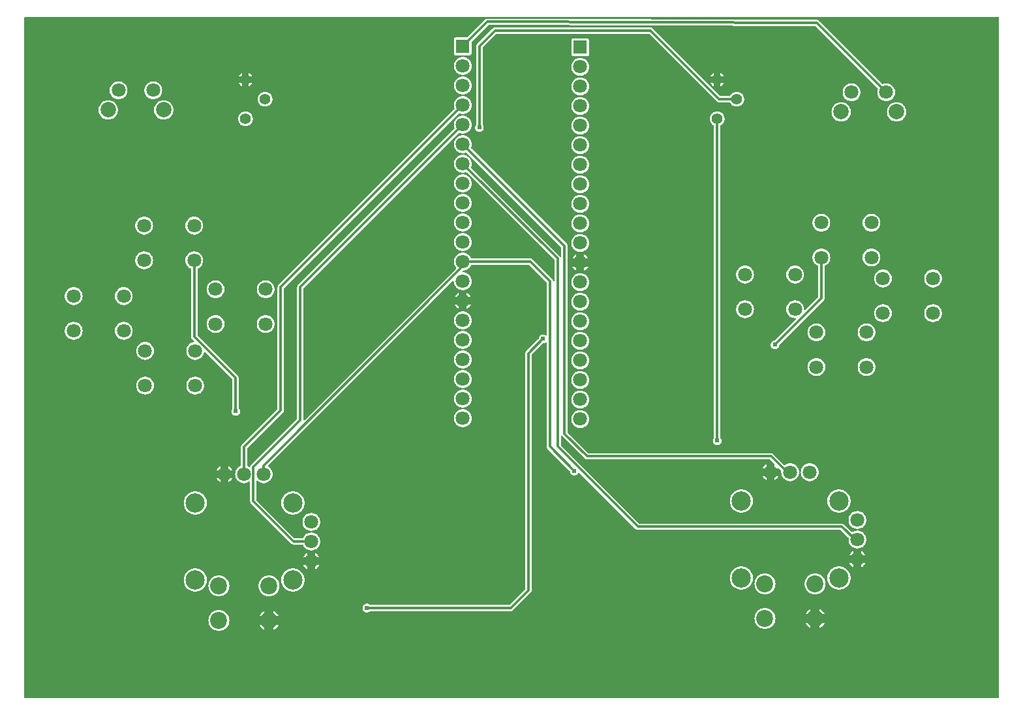
<source format=gbl>
G04 Layer: BottomLayer*
G04 EasyEDA v6.5.5, 2022-06-26 01:00:07*
G04 2c515557f0e44504be437badec322791,a4ea12fd96744f7d9b8618c9b4952ea7,10*
G04 Gerber Generator version 0.2*
G04 Scale: 100 percent, Rotated: No, Reflected: No *
G04 Dimensions in millimeters *
G04 leading zeros omitted , absolute positions ,4 integer and 5 decimal *
%FSLAX45Y45*%
%MOMM*%

%ADD10C,0.3000*%
%ADD11C,0.6150*%
%ADD14C,1.8000*%
%ADD15C,2.5000*%
%ADD16C,2.2000*%
%ADD17C,1.4000*%
%ADD18C,2.0000*%
%ADD19R,1.8000X1.8000*%

%LPD*%
G36*
X36068Y25908D02*
G01*
X32156Y26670D01*
X28905Y28905D01*
X26670Y32156D01*
X25908Y36068D01*
X25908Y8853932D01*
X26670Y8857843D01*
X28905Y8861094D01*
X32156Y8863330D01*
X36068Y8864092D01*
X12663932Y8864092D01*
X12667843Y8863330D01*
X12671094Y8861094D01*
X12673330Y8857843D01*
X12674092Y8853932D01*
X12674092Y36068D01*
X12673330Y32156D01*
X12671094Y28905D01*
X12667843Y26670D01*
X12663932Y25908D01*
G37*

%LPC*%
G36*
X2542082Y896569D02*
G01*
X2557881Y896569D01*
X2573578Y898398D01*
X2588971Y902004D01*
X2603804Y907440D01*
X2617927Y914501D01*
X2631135Y923188D01*
X2643276Y933348D01*
X2654096Y944880D01*
X2663545Y957529D01*
X2671419Y971245D01*
X2677668Y985723D01*
X2682240Y1000861D01*
X2684983Y1016406D01*
X2685897Y1032205D01*
X2684983Y1048003D01*
X2682240Y1063548D01*
X2677668Y1078687D01*
X2671419Y1093216D01*
X2663545Y1106881D01*
X2654096Y1119581D01*
X2643276Y1131062D01*
X2631135Y1141222D01*
X2617927Y1149908D01*
X2603804Y1156970D01*
X2588971Y1162405D01*
X2573578Y1166012D01*
X2557881Y1167892D01*
X2542082Y1167892D01*
X2526385Y1166012D01*
X2511044Y1162405D01*
X2496159Y1156970D01*
X2482037Y1149908D01*
X2468829Y1141222D01*
X2456738Y1131062D01*
X2445918Y1119581D01*
X2436469Y1106881D01*
X2428544Y1093216D01*
X2422296Y1078687D01*
X2417775Y1063548D01*
X2415032Y1048003D01*
X2414117Y1032205D01*
X2415032Y1016406D01*
X2417775Y1000861D01*
X2422296Y985723D01*
X2428544Y971245D01*
X2436469Y957529D01*
X2445918Y944880D01*
X2456738Y933348D01*
X2468829Y923188D01*
X2482037Y914501D01*
X2496159Y907440D01*
X2511044Y902004D01*
X2526385Y898398D01*
G37*
G36*
X3261360Y911199D02*
G01*
X3267964Y914552D01*
X3281172Y923188D01*
X3293262Y933348D01*
X3304082Y944880D01*
X3313531Y957529D01*
X3321253Y970838D01*
X3261360Y970838D01*
G37*
G36*
X3138627Y911199D02*
G01*
X3138627Y970838D01*
X3078784Y970838D01*
X3086455Y957529D01*
X3095904Y944880D01*
X3106724Y933348D01*
X3118866Y923188D01*
X3132074Y914552D01*
G37*
G36*
X9628682Y921969D02*
G01*
X9644481Y921969D01*
X9660178Y923798D01*
X9675571Y927404D01*
X9690404Y932840D01*
X9704527Y939901D01*
X9717735Y948588D01*
X9729876Y958748D01*
X9740696Y970280D01*
X9750145Y982929D01*
X9758019Y996645D01*
X9764268Y1011123D01*
X9768840Y1026261D01*
X9771583Y1041806D01*
X9772497Y1057605D01*
X9771583Y1073404D01*
X9768840Y1088948D01*
X9764268Y1104087D01*
X9758019Y1118616D01*
X9750145Y1132281D01*
X9740696Y1144981D01*
X9729876Y1156462D01*
X9717735Y1166622D01*
X9704527Y1175308D01*
X9690404Y1182370D01*
X9675571Y1187805D01*
X9660178Y1191412D01*
X9644481Y1193292D01*
X9628682Y1193292D01*
X9612985Y1191412D01*
X9597644Y1187805D01*
X9582759Y1182370D01*
X9568637Y1175308D01*
X9555429Y1166622D01*
X9543338Y1156462D01*
X9532518Y1144981D01*
X9523069Y1132281D01*
X9515144Y1118616D01*
X9508896Y1104087D01*
X9504375Y1088948D01*
X9501632Y1073404D01*
X9500717Y1057605D01*
X9501632Y1041806D01*
X9504375Y1026261D01*
X9508896Y1011123D01*
X9515144Y996645D01*
X9523069Y982929D01*
X9532518Y970280D01*
X9543338Y958748D01*
X9555429Y948588D01*
X9568637Y939901D01*
X9582759Y932840D01*
X9597644Y927404D01*
X9612985Y923798D01*
G37*
G36*
X10225227Y936599D02*
G01*
X10225227Y996238D01*
X10165384Y996238D01*
X10173055Y982929D01*
X10182504Y970280D01*
X10193324Y958748D01*
X10205466Y948588D01*
X10218674Y939952D01*
G37*
G36*
X10347960Y936599D02*
G01*
X10354564Y939952D01*
X10367772Y948588D01*
X10379862Y958748D01*
X10390682Y970280D01*
X10400131Y982929D01*
X10407853Y996238D01*
X10347960Y996238D01*
G37*
G36*
X3261360Y1093571D02*
G01*
X3321253Y1093571D01*
X3313531Y1106881D01*
X3304082Y1119581D01*
X3293262Y1131062D01*
X3281172Y1141222D01*
X3267964Y1149908D01*
X3261360Y1153210D01*
G37*
G36*
X3078784Y1093571D02*
G01*
X3138627Y1093571D01*
X3138627Y1153210D01*
X3132074Y1149908D01*
X3118866Y1141222D01*
X3106724Y1131062D01*
X3095904Y1119581D01*
X3086455Y1106881D01*
G37*
G36*
X10165384Y1118971D02*
G01*
X10225227Y1118971D01*
X10225227Y1178610D01*
X10218674Y1175308D01*
X10205466Y1166622D01*
X10193324Y1156462D01*
X10182504Y1144981D01*
X10173055Y1132281D01*
G37*
G36*
X10347960Y1118971D02*
G01*
X10407853Y1118971D01*
X10400131Y1132281D01*
X10390682Y1144981D01*
X10379862Y1156462D01*
X10367772Y1166622D01*
X10354564Y1175308D01*
X10347960Y1178610D01*
G37*
G36*
X4472787Y1137208D02*
G01*
X4482338Y1138428D01*
X4491532Y1141272D01*
X4500067Y1145590D01*
X4507280Y1150924D01*
X4510125Y1152398D01*
X4513326Y1152906D01*
X6337300Y1152906D01*
X6345783Y1153718D01*
X6353454Y1156055D01*
X6360515Y1159814D01*
X6367068Y1165250D01*
X6594449Y1392631D01*
X6599885Y1399184D01*
X6603644Y1406245D01*
X6605981Y1413916D01*
X6606794Y1422400D01*
X6606794Y4474667D01*
X6607606Y4478528D01*
X6609791Y4481830D01*
X6755282Y4627321D01*
X6757974Y4629251D01*
X6761175Y4630216D01*
X6768541Y4631131D01*
X6777736Y4633976D01*
X6786270Y4638294D01*
X6788200Y4639716D01*
X6792264Y4641494D01*
X6796684Y4641392D01*
X6800697Y4639360D01*
X6803440Y4635855D01*
X6804406Y4631537D01*
X6804406Y3289808D01*
X6805218Y3281324D01*
X6807555Y3273653D01*
X6811314Y3266592D01*
X6816750Y3260039D01*
X7103414Y2973324D01*
X7105243Y2970834D01*
X7106259Y2967888D01*
X7107986Y2957525D01*
X7111187Y2948482D01*
X7115911Y2940100D01*
X7121906Y2932633D01*
X7129119Y2926283D01*
X7137298Y2921254D01*
X7146239Y2917647D01*
X7155586Y2915615D01*
X7165187Y2915208D01*
X7174738Y2916428D01*
X7183932Y2919272D01*
X7192467Y2923590D01*
X7200188Y2929280D01*
X7206843Y2936240D01*
X7212228Y2944164D01*
X7212990Y2945892D01*
X7215276Y2949092D01*
X7218578Y2951175D01*
X7222388Y2951886D01*
X7226198Y2951073D01*
X7229449Y2948889D01*
X7959039Y2219350D01*
X7965592Y2213914D01*
X7972653Y2210155D01*
X7980324Y2207818D01*
X7988808Y2207006D01*
X10610088Y2207006D01*
X10613796Y2206294D01*
X10616946Y2204313D01*
X10719257Y2110943D01*
X10721390Y2108250D01*
X10722457Y2104948D01*
X10722406Y2101545D01*
X10721543Y2097125D01*
X10720628Y2082596D01*
X10721543Y2068068D01*
X10724286Y2053793D01*
X10728807Y2039924D01*
X10735005Y2026767D01*
X10742777Y2014474D01*
X10752074Y2003298D01*
X10762691Y1993290D01*
X10774426Y1984756D01*
X10787176Y1977745D01*
X10800740Y1972411D01*
X10814812Y1968754D01*
X10829239Y1966925D01*
X10843818Y1966925D01*
X10858246Y1968754D01*
X10872368Y1972411D01*
X10885881Y1977745D01*
X10898632Y1984756D01*
X10910417Y1993290D01*
X10921034Y2003298D01*
X10930280Y2014474D01*
X10938103Y2026767D01*
X10944301Y2039924D01*
X10948771Y2053793D01*
X10951514Y2068068D01*
X10952429Y2082596D01*
X10951514Y2097125D01*
X10948771Y2111451D01*
X10944301Y2125268D01*
X10938103Y2138426D01*
X10930280Y2150719D01*
X10921034Y2161946D01*
X10910417Y2171903D01*
X10898632Y2180437D01*
X10885881Y2187448D01*
X10872368Y2192832D01*
X10858246Y2196439D01*
X10843818Y2198268D01*
X10829239Y2198268D01*
X10814812Y2196439D01*
X10800740Y2192832D01*
X10787176Y2187448D01*
X10774578Y2180539D01*
X10770616Y2179320D01*
X10766450Y2179828D01*
X10762843Y2181961D01*
X10657840Y2277770D01*
X10651032Y2282850D01*
X10643819Y2286304D01*
X10635945Y2288336D01*
X10629493Y2288794D01*
X8009432Y2288794D01*
X8005572Y2289556D01*
X8002270Y2291791D01*
X6990791Y3303270D01*
X6988606Y3306572D01*
X6987794Y3310432D01*
X6987794Y3420364D01*
X6988657Y3424428D01*
X6991045Y3427780D01*
X6994550Y3429965D01*
X6998614Y3430524D01*
X7002627Y3429406D01*
X7005828Y3426815D01*
X7007250Y3425139D01*
X7298639Y3133750D01*
X7305192Y3128314D01*
X7312253Y3124555D01*
X7319924Y3122218D01*
X7328408Y3121406D01*
X9694367Y3121406D01*
X9698228Y3120593D01*
X9701530Y3118408D01*
X9757918Y3062020D01*
X9760102Y3058718D01*
X9760915Y3054858D01*
X9760915Y3006953D01*
X9808768Y3006953D01*
X9812680Y3006191D01*
X9815982Y3003956D01*
X9845395Y2974543D01*
X9847732Y2970936D01*
X9848342Y2966720D01*
X9847630Y2955594D01*
X9848545Y2941066D01*
X9851288Y2926791D01*
X9855809Y2912922D01*
X9862007Y2899765D01*
X9869779Y2887472D01*
X9879076Y2876296D01*
X9889693Y2866288D01*
X9901428Y2857754D01*
X9914178Y2850743D01*
X9927742Y2845409D01*
X9941814Y2841752D01*
X9956241Y2839923D01*
X9970820Y2839923D01*
X9985248Y2841752D01*
X9999370Y2845409D01*
X10012883Y2850743D01*
X10025634Y2857754D01*
X10037419Y2866288D01*
X10048036Y2876296D01*
X10057282Y2887472D01*
X10065105Y2899765D01*
X10071303Y2912922D01*
X10075773Y2926791D01*
X10078516Y2941066D01*
X10079431Y2955594D01*
X10078516Y2970123D01*
X10075773Y2984449D01*
X10071303Y2998266D01*
X10065105Y3011424D01*
X10057282Y3023717D01*
X10048036Y3034944D01*
X10037419Y3044901D01*
X10025634Y3053435D01*
X10012883Y3060446D01*
X9999370Y3065830D01*
X9985248Y3069437D01*
X9970820Y3071266D01*
X9956241Y3071266D01*
X9941814Y3069437D01*
X9927742Y3065830D01*
X9914178Y3060446D01*
X9901428Y3053435D01*
X9897313Y3050438D01*
X9894112Y3048914D01*
X9890556Y3048558D01*
X9887102Y3049422D01*
X9884156Y3051505D01*
X9744760Y3190849D01*
X9738207Y3196285D01*
X9731146Y3200044D01*
X9723475Y3202381D01*
X9714992Y3203194D01*
X7349032Y3203194D01*
X7345172Y3203956D01*
X7341870Y3206191D01*
X7079691Y3468370D01*
X7077506Y3471672D01*
X7076694Y3475532D01*
X7076694Y5892292D01*
X7075881Y5900775D01*
X7073544Y5908446D01*
X7069785Y5915507D01*
X7064349Y5922060D01*
X5825236Y7161225D01*
X5823051Y7164476D01*
X5822289Y7168286D01*
X5823000Y7172147D01*
X5825236Y7177786D01*
X5828842Y7191908D01*
X5830671Y7206335D01*
X5830671Y7220864D01*
X5828842Y7235291D01*
X5825236Y7249414D01*
X5819851Y7262926D01*
X5812840Y7275677D01*
X5804306Y7287463D01*
X5794349Y7298080D01*
X5783122Y7307376D01*
X5770829Y7315149D01*
X5757672Y7321346D01*
X5743803Y7325868D01*
X5729528Y7328560D01*
X5715000Y7329474D01*
X5700471Y7328560D01*
X5686196Y7325868D01*
X5672328Y7321346D01*
X5659170Y7315149D01*
X5646877Y7307376D01*
X5635650Y7298080D01*
X5625693Y7287463D01*
X5617159Y7275677D01*
X5610148Y7262926D01*
X5604764Y7249414D01*
X5601157Y7235291D01*
X5599328Y7220864D01*
X5599328Y7206335D01*
X5601157Y7191908D01*
X5604764Y7177786D01*
X5610148Y7164273D01*
X5617159Y7151522D01*
X5625693Y7139736D01*
X5635650Y7129119D01*
X5646877Y7119823D01*
X5659170Y7112050D01*
X5672328Y7105853D01*
X5686196Y7101331D01*
X5700471Y7098639D01*
X5715000Y7097725D01*
X5729528Y7098639D01*
X5743803Y7101331D01*
X5757214Y7105700D01*
X5760872Y7106208D01*
X5764479Y7105294D01*
X5767527Y7103211D01*
X6991908Y5878830D01*
X6994144Y5875528D01*
X6994906Y5871667D01*
X6994906Y5761736D01*
X6994042Y5757672D01*
X6991654Y5754319D01*
X6988149Y5752134D01*
X6984085Y5751576D01*
X6980072Y5752693D01*
X6976872Y5755284D01*
X6975449Y5756960D01*
X5825236Y6907225D01*
X5823051Y6910476D01*
X5822289Y6914286D01*
X5823000Y6918147D01*
X5825236Y6923786D01*
X5828842Y6937908D01*
X5830671Y6952335D01*
X5830671Y6966864D01*
X5828842Y6981291D01*
X5825236Y6995414D01*
X5819851Y7008926D01*
X5812840Y7021677D01*
X5804306Y7033463D01*
X5794349Y7044080D01*
X5783122Y7053376D01*
X5770829Y7061149D01*
X5757672Y7067346D01*
X5743803Y7071868D01*
X5729528Y7074560D01*
X5715000Y7075474D01*
X5700471Y7074560D01*
X5686196Y7071868D01*
X5672328Y7067346D01*
X5659170Y7061149D01*
X5646877Y7053376D01*
X5635650Y7044080D01*
X5625693Y7033463D01*
X5617159Y7021677D01*
X5610148Y7008926D01*
X5604764Y6995414D01*
X5601157Y6981291D01*
X5599328Y6966864D01*
X5599328Y6952335D01*
X5601157Y6937908D01*
X5604764Y6923786D01*
X5610148Y6910273D01*
X5617159Y6897522D01*
X5625693Y6885736D01*
X5635650Y6875119D01*
X5646877Y6865823D01*
X5659170Y6858050D01*
X5672328Y6851853D01*
X5686196Y6847331D01*
X5700471Y6844639D01*
X5715000Y6843725D01*
X5729528Y6844639D01*
X5743803Y6847331D01*
X5757214Y6851700D01*
X5760872Y6852208D01*
X5764479Y6851294D01*
X5767527Y6849211D01*
X6903008Y5713730D01*
X6905244Y5710428D01*
X6906006Y5706567D01*
X6906006Y5441035D01*
X6905040Y5436768D01*
X6902399Y5433263D01*
X6898487Y5431231D01*
X6894118Y5431028D01*
X6890054Y5432653D01*
X6887057Y5435854D01*
X6885736Y5440070D01*
X6885381Y5443575D01*
X6883044Y5451246D01*
X6879285Y5458307D01*
X6873849Y5464860D01*
X6620560Y5718149D01*
X6614007Y5723585D01*
X6606946Y5727344D01*
X6599275Y5729681D01*
X6590792Y5730494D01*
X5830112Y5730494D01*
X5826150Y5731306D01*
X5822848Y5733542D01*
X5820664Y5736945D01*
X5819851Y5738926D01*
X5812840Y5751677D01*
X5804306Y5763463D01*
X5794349Y5774080D01*
X5783122Y5783376D01*
X5770829Y5791149D01*
X5757672Y5797346D01*
X5743803Y5801868D01*
X5729528Y5804560D01*
X5715000Y5805474D01*
X5700471Y5804560D01*
X5686196Y5801868D01*
X5672328Y5797346D01*
X5659170Y5791149D01*
X5646877Y5783376D01*
X5635650Y5774080D01*
X5625693Y5763463D01*
X5617159Y5751677D01*
X5610148Y5738926D01*
X5604764Y5725414D01*
X5601157Y5711291D01*
X5599328Y5696864D01*
X5599328Y5682335D01*
X5601157Y5667908D01*
X5604764Y5653786D01*
X5610148Y5640273D01*
X5617159Y5627522D01*
X5625693Y5615736D01*
X5629148Y5612028D01*
X5631230Y5608777D01*
X5631942Y5604916D01*
X5631129Y5601106D01*
X5628944Y5597906D01*
X3665067Y3634028D01*
X3661765Y3631793D01*
X3657854Y3631031D01*
X3653993Y3631793D01*
X3650691Y3634028D01*
X3648506Y3637279D01*
X3647694Y3641191D01*
X3647694Y5338267D01*
X3648506Y5342128D01*
X3650691Y5345430D01*
X5662472Y7357211D01*
X5665520Y7359294D01*
X5669127Y7360208D01*
X5672785Y7359700D01*
X5686196Y7355331D01*
X5700471Y7352639D01*
X5715000Y7351725D01*
X5729528Y7352639D01*
X5743803Y7355331D01*
X5757672Y7359853D01*
X5770829Y7366050D01*
X5783122Y7373823D01*
X5794349Y7383119D01*
X5804306Y7393736D01*
X5812840Y7405522D01*
X5819851Y7418273D01*
X5825236Y7431786D01*
X5828842Y7445908D01*
X5830671Y7460335D01*
X5830671Y7474864D01*
X5828842Y7489291D01*
X5825236Y7503414D01*
X5819851Y7516926D01*
X5812840Y7529677D01*
X5804306Y7541463D01*
X5794349Y7552080D01*
X5783122Y7561376D01*
X5770829Y7569149D01*
X5757672Y7575346D01*
X5743803Y7579868D01*
X5729528Y7582560D01*
X5715000Y7583474D01*
X5700471Y7582560D01*
X5686196Y7579868D01*
X5672328Y7575346D01*
X5659170Y7569149D01*
X5646877Y7561376D01*
X5635650Y7552080D01*
X5625693Y7541463D01*
X5617159Y7529677D01*
X5610148Y7516926D01*
X5604764Y7503414D01*
X5601157Y7489291D01*
X5599328Y7474864D01*
X5599328Y7460335D01*
X5601157Y7445908D01*
X5604764Y7431786D01*
X5606999Y7426147D01*
X5607710Y7422286D01*
X5606948Y7418476D01*
X5604764Y7415225D01*
X3578250Y5388660D01*
X3572814Y5382107D01*
X3569055Y5375046D01*
X3566718Y5367375D01*
X3565906Y5358892D01*
X3565906Y3653332D01*
X3565144Y3649472D01*
X3562908Y3646170D01*
X2968650Y3051860D01*
X2963214Y3045307D01*
X2959455Y3038246D01*
X2957372Y3031388D01*
X2955594Y3027984D01*
X2952648Y3025495D01*
X2948990Y3024276D01*
X2945180Y3024479D01*
X2941675Y3026105D01*
X2939034Y3028035D01*
X2926283Y3035046D01*
X2924302Y3035858D01*
X2920898Y3038043D01*
X2918663Y3041345D01*
X2917850Y3045307D01*
X2917850Y3262223D01*
X2918663Y3266084D01*
X2920847Y3269386D01*
X3381349Y3729939D01*
X3386785Y3736492D01*
X3390544Y3743553D01*
X3392881Y3751224D01*
X3393694Y3759708D01*
X3393694Y5338267D01*
X3394506Y5342128D01*
X3396691Y5345430D01*
X5662472Y7611211D01*
X5665520Y7613294D01*
X5669127Y7614208D01*
X5672785Y7613700D01*
X5686196Y7609331D01*
X5700471Y7606639D01*
X5715000Y7605725D01*
X5729528Y7606639D01*
X5743803Y7609331D01*
X5757672Y7613853D01*
X5770829Y7620050D01*
X5783122Y7627823D01*
X5794349Y7637119D01*
X5804306Y7647736D01*
X5812840Y7659522D01*
X5819851Y7672273D01*
X5825236Y7685786D01*
X5828842Y7699908D01*
X5830671Y7714335D01*
X5830671Y7728864D01*
X5828842Y7743291D01*
X5825236Y7757414D01*
X5819851Y7770926D01*
X5812840Y7783677D01*
X5804306Y7795463D01*
X5794349Y7806080D01*
X5783122Y7815376D01*
X5770829Y7823149D01*
X5757672Y7829346D01*
X5743803Y7833868D01*
X5729528Y7836560D01*
X5715000Y7837474D01*
X5700471Y7836560D01*
X5686196Y7833868D01*
X5672328Y7829346D01*
X5659170Y7823149D01*
X5646877Y7815376D01*
X5635650Y7806080D01*
X5625693Y7795463D01*
X5617159Y7783677D01*
X5610148Y7770926D01*
X5604764Y7757414D01*
X5601157Y7743291D01*
X5599328Y7728864D01*
X5599328Y7714335D01*
X5601157Y7699908D01*
X5604764Y7685786D01*
X5606999Y7680147D01*
X5607710Y7676286D01*
X5606948Y7672476D01*
X5604764Y7669225D01*
X3324250Y5388660D01*
X3318814Y5382107D01*
X3315055Y5375046D01*
X3312718Y5367375D01*
X3311906Y5358892D01*
X3311906Y3780332D01*
X3311144Y3776472D01*
X3308908Y3773170D01*
X2848406Y3312617D01*
X2842971Y3306064D01*
X2839212Y3299002D01*
X2836875Y3291332D01*
X2836062Y3282848D01*
X2836062Y3045307D01*
X2835249Y3041396D01*
X2833014Y3038043D01*
X2829610Y3035858D01*
X2827578Y3035046D01*
X2814828Y3028035D01*
X2803093Y3019501D01*
X2792476Y3009544D01*
X2783179Y2998317D01*
X2775407Y2986024D01*
X2769209Y2972866D01*
X2764688Y2959049D01*
X2761945Y2944723D01*
X2761030Y2930194D01*
X2761945Y2915666D01*
X2764688Y2901391D01*
X2769209Y2887522D01*
X2775407Y2874365D01*
X2783179Y2862072D01*
X2792476Y2850896D01*
X2803093Y2840888D01*
X2814828Y2832354D01*
X2827578Y2825343D01*
X2841142Y2820009D01*
X2855214Y2816352D01*
X2869641Y2814523D01*
X2884220Y2814523D01*
X2898648Y2816352D01*
X2912770Y2820009D01*
X2926283Y2825343D01*
X2939034Y2832354D01*
X2940151Y2833166D01*
X2944215Y2834944D01*
X2948635Y2834792D01*
X2952597Y2832760D01*
X2955340Y2829255D01*
X2956306Y2824937D01*
X2956306Y2578608D01*
X2957118Y2570124D01*
X2959455Y2562453D01*
X2963214Y2555392D01*
X2968650Y2548839D01*
X3486861Y2030628D01*
X3493414Y2025192D01*
X3500475Y2021433D01*
X3508146Y2019096D01*
X3516629Y2018284D01*
X3633978Y2018284D01*
X3637737Y2017572D01*
X3640937Y2015540D01*
X3643172Y2012442D01*
X3648405Y2001367D01*
X3656177Y1989074D01*
X3665474Y1977898D01*
X3676091Y1967890D01*
X3687826Y1959356D01*
X3700576Y1952345D01*
X3714140Y1947011D01*
X3728212Y1943354D01*
X3742639Y1941525D01*
X3757218Y1941525D01*
X3771646Y1943354D01*
X3785768Y1947011D01*
X3799281Y1952345D01*
X3812032Y1959356D01*
X3823817Y1967890D01*
X3834434Y1977898D01*
X3843680Y1989074D01*
X3851503Y2001367D01*
X3857701Y2014524D01*
X3862171Y2028393D01*
X3864914Y2042668D01*
X3865829Y2057196D01*
X3864914Y2071725D01*
X3862171Y2086051D01*
X3857701Y2099868D01*
X3851503Y2113026D01*
X3843680Y2125319D01*
X3834434Y2136546D01*
X3823817Y2146503D01*
X3812032Y2155037D01*
X3799281Y2162048D01*
X3785768Y2167432D01*
X3771646Y2171039D01*
X3757218Y2172868D01*
X3742639Y2172868D01*
X3728212Y2171039D01*
X3714140Y2167432D01*
X3700576Y2162048D01*
X3687826Y2155037D01*
X3676091Y2146503D01*
X3665474Y2136546D01*
X3656177Y2125319D01*
X3648405Y2113026D01*
X3645052Y2105914D01*
X3642817Y2102815D01*
X3639565Y2100783D01*
X3635857Y2100072D01*
X3537254Y2100072D01*
X3533394Y2100834D01*
X3530092Y2103069D01*
X3041091Y2592070D01*
X3038906Y2595372D01*
X3038094Y2599232D01*
X3038094Y2835249D01*
X3038856Y2839059D01*
X3040989Y2842361D01*
X3044240Y2844546D01*
X3048050Y2845409D01*
X3051911Y2844749D01*
X3055213Y2842666D01*
X3057093Y2840888D01*
X3068828Y2832354D01*
X3081578Y2825343D01*
X3095142Y2820009D01*
X3109214Y2816352D01*
X3123641Y2814523D01*
X3138220Y2814523D01*
X3152648Y2816352D01*
X3166770Y2820009D01*
X3180283Y2825343D01*
X3193034Y2832354D01*
X3204819Y2840888D01*
X3215436Y2850896D01*
X3224682Y2862072D01*
X3232505Y2874365D01*
X3238703Y2887522D01*
X3243173Y2901391D01*
X3245916Y2915666D01*
X3246831Y2930194D01*
X3245916Y2944723D01*
X3243173Y2959049D01*
X3238703Y2972866D01*
X3232505Y2986024D01*
X3224682Y2998317D01*
X3215436Y3009544D01*
X3204819Y3019501D01*
X3192068Y3028645D01*
X3189173Y3031896D01*
X3187903Y3036062D01*
X3188512Y3040430D01*
X3190849Y3044088D01*
X5582005Y5435244D01*
X5585815Y5437632D01*
X5590286Y5438140D01*
X5594553Y5436717D01*
X5597753Y5433517D01*
X5599277Y5429300D01*
X5601157Y5413857D01*
X5604764Y5399786D01*
X5610148Y5386273D01*
X5617159Y5373522D01*
X5625693Y5361736D01*
X5635650Y5351119D01*
X5646877Y5341823D01*
X5659170Y5334050D01*
X5672328Y5327853D01*
X5686196Y5323332D01*
X5700471Y5320639D01*
X5715000Y5319725D01*
X5729528Y5320639D01*
X5743803Y5323332D01*
X5757672Y5327853D01*
X5770829Y5334050D01*
X5783122Y5341823D01*
X5794349Y5351119D01*
X5804306Y5361736D01*
X5812840Y5373522D01*
X5819851Y5386273D01*
X5825236Y5399786D01*
X5828842Y5413908D01*
X5830671Y5428335D01*
X5830671Y5442864D01*
X5828842Y5457291D01*
X5825236Y5471414D01*
X5819851Y5484926D01*
X5812840Y5497677D01*
X5804306Y5509463D01*
X5794349Y5520080D01*
X5783122Y5529376D01*
X5770829Y5537149D01*
X5757672Y5543346D01*
X5743803Y5547868D01*
X5729528Y5550560D01*
X5721705Y5551068D01*
X5717946Y5552033D01*
X5714847Y5554319D01*
X5712815Y5557621D01*
X5712155Y5561431D01*
X5712968Y5565190D01*
X5715152Y5568391D01*
X5718098Y5571388D01*
X5721096Y5573420D01*
X5724652Y5574334D01*
X5729528Y5574639D01*
X5743803Y5577332D01*
X5757672Y5581853D01*
X5770829Y5588050D01*
X5783122Y5595823D01*
X5794349Y5605119D01*
X5804306Y5615736D01*
X5812840Y5627522D01*
X5819851Y5640273D01*
X5820664Y5642254D01*
X5822848Y5645658D01*
X5826150Y5647893D01*
X5830112Y5648706D01*
X6570167Y5648706D01*
X6574028Y5647893D01*
X6577330Y5645708D01*
X6801408Y5421630D01*
X6803644Y5418328D01*
X6804406Y5414467D01*
X6804406Y4741468D01*
X6803440Y4737150D01*
X6800697Y4733645D01*
X6796684Y4731613D01*
X6792264Y4731512D01*
X6788200Y4733290D01*
X6786270Y4734712D01*
X6777736Y4739030D01*
X6768541Y4741875D01*
X6758990Y4743094D01*
X6749389Y4742688D01*
X6740042Y4740656D01*
X6731101Y4737049D01*
X6722922Y4732020D01*
X6715709Y4725670D01*
X6709714Y4718202D01*
X6704990Y4709820D01*
X6701790Y4700778D01*
X6700062Y4690414D01*
X6699046Y4687468D01*
X6697218Y4684979D01*
X6537350Y4525060D01*
X6531914Y4518507D01*
X6528155Y4511446D01*
X6525818Y4503775D01*
X6525006Y4495292D01*
X6525006Y1443024D01*
X6524244Y1439164D01*
X6522008Y1435862D01*
X6323838Y1237691D01*
X6320536Y1235456D01*
X6316675Y1234694D01*
X4513326Y1234694D01*
X4510125Y1235202D01*
X4507280Y1236675D01*
X4500067Y1242009D01*
X4491532Y1246327D01*
X4482338Y1249172D01*
X4472787Y1250391D01*
X4463186Y1249984D01*
X4453839Y1247952D01*
X4444898Y1244346D01*
X4436719Y1239316D01*
X4429506Y1232966D01*
X4423511Y1225499D01*
X4418787Y1217117D01*
X4415586Y1208074D01*
X4413961Y1198626D01*
X4413961Y1188974D01*
X4415586Y1179525D01*
X4418787Y1170482D01*
X4423511Y1162100D01*
X4429506Y1154633D01*
X4436719Y1148283D01*
X4444898Y1143254D01*
X4453839Y1139647D01*
X4463186Y1137615D01*
G37*
G36*
X2542082Y1346555D02*
G01*
X2557881Y1346555D01*
X2573578Y1348384D01*
X2588971Y1352042D01*
X2603804Y1357426D01*
X2617927Y1364538D01*
X2631135Y1373225D01*
X2643276Y1383334D01*
X2654096Y1394866D01*
X2663545Y1407515D01*
X2671419Y1421231D01*
X2677668Y1435709D01*
X2682240Y1450848D01*
X2684983Y1466443D01*
X2685897Y1482191D01*
X2684983Y1497990D01*
X2682240Y1513535D01*
X2677668Y1528673D01*
X2671419Y1543202D01*
X2663545Y1556867D01*
X2654096Y1569567D01*
X2643276Y1581048D01*
X2631135Y1591208D01*
X2617927Y1599895D01*
X2603804Y1606956D01*
X2588971Y1612392D01*
X2573578Y1616049D01*
X2557881Y1617878D01*
X2542082Y1617878D01*
X2526385Y1616049D01*
X2511044Y1612392D01*
X2496159Y1606956D01*
X2482037Y1599895D01*
X2468829Y1591208D01*
X2456738Y1581048D01*
X2445918Y1569567D01*
X2436469Y1556867D01*
X2428544Y1543202D01*
X2422296Y1528673D01*
X2417775Y1513535D01*
X2415032Y1497990D01*
X2414117Y1482191D01*
X2415032Y1466443D01*
X2417775Y1450848D01*
X2422296Y1435709D01*
X2428544Y1421231D01*
X2436469Y1407515D01*
X2445918Y1394866D01*
X2456738Y1383334D01*
X2468829Y1373225D01*
X2482037Y1364538D01*
X2496159Y1357426D01*
X2511044Y1352042D01*
X2526385Y1348384D01*
G37*
G36*
X3192119Y1346555D02*
G01*
X3207918Y1346555D01*
X3223615Y1348384D01*
X3238957Y1352042D01*
X3253841Y1357426D01*
X3267964Y1364538D01*
X3281172Y1373225D01*
X3293262Y1383334D01*
X3304082Y1394866D01*
X3313531Y1407515D01*
X3321456Y1421231D01*
X3327704Y1435709D01*
X3332226Y1450848D01*
X3334969Y1466443D01*
X3335883Y1482191D01*
X3334969Y1497990D01*
X3332226Y1513535D01*
X3327704Y1528673D01*
X3321456Y1543202D01*
X3313531Y1556867D01*
X3304082Y1569567D01*
X3293262Y1581048D01*
X3281172Y1591208D01*
X3267964Y1599895D01*
X3253841Y1606956D01*
X3238957Y1612392D01*
X3223615Y1616049D01*
X3207918Y1617878D01*
X3192119Y1617878D01*
X3176422Y1616049D01*
X3161030Y1612392D01*
X3146196Y1606956D01*
X3132074Y1599895D01*
X3118866Y1591208D01*
X3106724Y1581048D01*
X3095904Y1569567D01*
X3086455Y1556867D01*
X3078581Y1543202D01*
X3072282Y1528673D01*
X3067761Y1513535D01*
X3065018Y1497990D01*
X3064103Y1482191D01*
X3065018Y1466443D01*
X3067761Y1450848D01*
X3072282Y1435709D01*
X3078581Y1421231D01*
X3086455Y1407515D01*
X3095904Y1394866D01*
X3106724Y1383334D01*
X3118866Y1373225D01*
X3132074Y1364538D01*
X3146196Y1357426D01*
X3161030Y1352042D01*
X3176422Y1348384D01*
G37*
G36*
X9628682Y1371955D02*
G01*
X9644481Y1371955D01*
X9660178Y1373784D01*
X9675571Y1377442D01*
X9690404Y1382826D01*
X9704527Y1389938D01*
X9717735Y1398625D01*
X9729876Y1408734D01*
X9740696Y1420266D01*
X9750145Y1432915D01*
X9758019Y1446631D01*
X9764268Y1461109D01*
X9768840Y1476248D01*
X9771583Y1491843D01*
X9772497Y1507591D01*
X9771583Y1523390D01*
X9768840Y1538935D01*
X9764268Y1554073D01*
X9758019Y1568602D01*
X9750145Y1582267D01*
X9740696Y1594967D01*
X9729876Y1606448D01*
X9717735Y1616608D01*
X9704527Y1625295D01*
X9690404Y1632356D01*
X9675571Y1637792D01*
X9660178Y1641449D01*
X9644481Y1643278D01*
X9628682Y1643278D01*
X9612985Y1641449D01*
X9597644Y1637792D01*
X9582759Y1632356D01*
X9568637Y1625295D01*
X9555429Y1616608D01*
X9543338Y1606448D01*
X9532518Y1594967D01*
X9523069Y1582267D01*
X9515144Y1568602D01*
X9508896Y1554073D01*
X9504375Y1538935D01*
X9501632Y1523390D01*
X9500717Y1507591D01*
X9501632Y1491843D01*
X9504375Y1476248D01*
X9508896Y1461109D01*
X9515144Y1446631D01*
X9523069Y1432915D01*
X9532518Y1420266D01*
X9543338Y1408734D01*
X9555429Y1398625D01*
X9568637Y1389938D01*
X9582759Y1382826D01*
X9597644Y1377442D01*
X9612985Y1373784D01*
G37*
G36*
X10278719Y1371955D02*
G01*
X10294518Y1371955D01*
X10310215Y1373784D01*
X10325557Y1377442D01*
X10340441Y1382826D01*
X10354564Y1389938D01*
X10367772Y1398625D01*
X10379862Y1408734D01*
X10390682Y1420266D01*
X10400131Y1432915D01*
X10408056Y1446631D01*
X10414304Y1461109D01*
X10418826Y1476248D01*
X10421569Y1491843D01*
X10422483Y1507591D01*
X10421569Y1523390D01*
X10418826Y1538935D01*
X10414304Y1554073D01*
X10408056Y1568602D01*
X10400131Y1582267D01*
X10390682Y1594967D01*
X10379862Y1606448D01*
X10367772Y1616608D01*
X10354564Y1625295D01*
X10340441Y1632356D01*
X10325557Y1637792D01*
X10310215Y1641449D01*
X10294518Y1643278D01*
X10278719Y1643278D01*
X10263022Y1641449D01*
X10247630Y1637792D01*
X10232796Y1632356D01*
X10218674Y1625295D01*
X10205466Y1616608D01*
X10193324Y1606448D01*
X10182504Y1594967D01*
X10173055Y1582267D01*
X10165181Y1568602D01*
X10158882Y1554073D01*
X10154361Y1538935D01*
X10151618Y1523390D01*
X10150703Y1507591D01*
X10151618Y1491843D01*
X10154361Y1476248D01*
X10158882Y1461109D01*
X10165181Y1446631D01*
X10173055Y1432915D01*
X10182504Y1420266D01*
X10193324Y1408734D01*
X10205466Y1398625D01*
X10218674Y1389938D01*
X10232796Y1382826D01*
X10247630Y1377442D01*
X10263022Y1373784D01*
G37*
G36*
X2244445Y1406296D02*
G01*
X2261362Y1407261D01*
X2278024Y1410106D01*
X2294280Y1414780D01*
X2309926Y1421282D01*
X2324760Y1429461D01*
X2338527Y1439214D01*
X2351176Y1450492D01*
X2362403Y1463141D01*
X2372207Y1476908D01*
X2380386Y1491742D01*
X2386888Y1507388D01*
X2391562Y1523644D01*
X2394407Y1540306D01*
X2395372Y1557223D01*
X2394407Y1574088D01*
X2391562Y1590802D01*
X2386888Y1607058D01*
X2380386Y1622653D01*
X2372207Y1637487D01*
X2362403Y1651304D01*
X2351176Y1663903D01*
X2338527Y1675180D01*
X2324760Y1684985D01*
X2309926Y1693164D01*
X2294280Y1699615D01*
X2278024Y1704339D01*
X2261362Y1707134D01*
X2244445Y1708099D01*
X2227580Y1707134D01*
X2210866Y1704339D01*
X2194610Y1699615D01*
X2178964Y1693164D01*
X2164181Y1684985D01*
X2150364Y1675180D01*
X2137765Y1663903D01*
X2126488Y1651304D01*
X2116683Y1637487D01*
X2108504Y1622653D01*
X2102053Y1607058D01*
X2097328Y1590802D01*
X2094534Y1574088D01*
X2093569Y1557223D01*
X2094534Y1540306D01*
X2097328Y1523644D01*
X2102053Y1507388D01*
X2108504Y1491742D01*
X2116683Y1476908D01*
X2126488Y1463141D01*
X2137765Y1450492D01*
X2150364Y1439214D01*
X2164181Y1429461D01*
X2178964Y1421282D01*
X2194610Y1414780D01*
X2210866Y1410106D01*
X2227580Y1407261D01*
G37*
G36*
X3509467Y1406296D02*
G01*
X3526332Y1407261D01*
X3543046Y1410106D01*
X3559301Y1414780D01*
X3574897Y1421282D01*
X3589731Y1429461D01*
X3603548Y1439214D01*
X3616147Y1450492D01*
X3627424Y1463141D01*
X3637229Y1476908D01*
X3645408Y1491742D01*
X3651859Y1507388D01*
X3656584Y1523644D01*
X3659378Y1540306D01*
X3660343Y1557223D01*
X3659378Y1574088D01*
X3656584Y1590802D01*
X3651859Y1607058D01*
X3645408Y1622653D01*
X3637229Y1637487D01*
X3627424Y1651304D01*
X3616147Y1663903D01*
X3603548Y1675180D01*
X3589731Y1684985D01*
X3574897Y1693164D01*
X3559301Y1699615D01*
X3543046Y1704339D01*
X3526332Y1707134D01*
X3509467Y1708099D01*
X3492550Y1707134D01*
X3475888Y1704339D01*
X3459632Y1699615D01*
X3443986Y1693164D01*
X3429152Y1684985D01*
X3415385Y1675180D01*
X3402736Y1663903D01*
X3391458Y1651304D01*
X3381705Y1637487D01*
X3373526Y1622653D01*
X3367024Y1607058D01*
X3362350Y1590802D01*
X3359505Y1574088D01*
X3358540Y1557223D01*
X3359505Y1540306D01*
X3362350Y1523644D01*
X3367024Y1507388D01*
X3373526Y1491742D01*
X3381705Y1476908D01*
X3391458Y1463141D01*
X3402736Y1450492D01*
X3415385Y1439214D01*
X3429152Y1429461D01*
X3443986Y1421282D01*
X3459632Y1414780D01*
X3475888Y1410106D01*
X3492550Y1407261D01*
G37*
G36*
X9331045Y1431696D02*
G01*
X9347962Y1432661D01*
X9364624Y1435506D01*
X9380880Y1440180D01*
X9396526Y1446682D01*
X9411360Y1454861D01*
X9425127Y1464614D01*
X9437776Y1475892D01*
X9449003Y1488541D01*
X9458807Y1502308D01*
X9466986Y1517142D01*
X9473488Y1532788D01*
X9478162Y1549044D01*
X9481007Y1565706D01*
X9481972Y1582623D01*
X9481007Y1599488D01*
X9478162Y1616202D01*
X9473488Y1632457D01*
X9466986Y1648053D01*
X9458807Y1662887D01*
X9449003Y1676704D01*
X9437776Y1689303D01*
X9425127Y1700580D01*
X9411360Y1710385D01*
X9396526Y1718564D01*
X9380880Y1725015D01*
X9364624Y1729739D01*
X9347962Y1732534D01*
X9331045Y1733499D01*
X9314180Y1732534D01*
X9297466Y1729739D01*
X9281210Y1725015D01*
X9265564Y1718564D01*
X9250781Y1710385D01*
X9236964Y1700580D01*
X9224365Y1689303D01*
X9213088Y1676704D01*
X9203283Y1662887D01*
X9195104Y1648053D01*
X9188653Y1632457D01*
X9183928Y1616202D01*
X9181134Y1599488D01*
X9180169Y1582623D01*
X9181134Y1565706D01*
X9183928Y1549044D01*
X9188653Y1532788D01*
X9195104Y1517142D01*
X9203283Y1502308D01*
X9213088Y1488541D01*
X9224365Y1475892D01*
X9236964Y1464614D01*
X9250781Y1454861D01*
X9265564Y1446682D01*
X9281210Y1440180D01*
X9297466Y1435506D01*
X9314180Y1432661D01*
G37*
G36*
X10596067Y1431696D02*
G01*
X10612932Y1432661D01*
X10629646Y1435506D01*
X10645902Y1440180D01*
X10661497Y1446682D01*
X10676331Y1454861D01*
X10690148Y1464614D01*
X10702747Y1475892D01*
X10714024Y1488541D01*
X10723829Y1502308D01*
X10732008Y1517142D01*
X10738459Y1532788D01*
X10743184Y1549044D01*
X10745978Y1565706D01*
X10746943Y1582623D01*
X10745978Y1599488D01*
X10743184Y1616202D01*
X10738459Y1632457D01*
X10732008Y1648053D01*
X10723829Y1662887D01*
X10714024Y1676704D01*
X10702747Y1689303D01*
X10690148Y1700580D01*
X10676331Y1710385D01*
X10661497Y1718564D01*
X10645902Y1725015D01*
X10629646Y1729739D01*
X10612932Y1732534D01*
X10596067Y1733499D01*
X10579150Y1732534D01*
X10562488Y1729739D01*
X10546232Y1725015D01*
X10530586Y1718564D01*
X10515752Y1710385D01*
X10501985Y1700580D01*
X10489336Y1689303D01*
X10478058Y1676704D01*
X10468305Y1662887D01*
X10460126Y1648053D01*
X10453624Y1632457D01*
X10448950Y1616202D01*
X10446105Y1599488D01*
X10445140Y1582623D01*
X10446105Y1565706D01*
X10448950Y1549044D01*
X10453624Y1532788D01*
X10460126Y1517142D01*
X10468305Y1502308D01*
X10478058Y1488541D01*
X10489336Y1475892D01*
X10501985Y1464614D01*
X10515752Y1454861D01*
X10530586Y1446682D01*
X10546232Y1440180D01*
X10562488Y1435506D01*
X10579150Y1432661D01*
G37*
G36*
X3801313Y1699463D02*
G01*
X3812032Y1705356D01*
X3823817Y1713890D01*
X3834434Y1723898D01*
X3843680Y1735074D01*
X3851503Y1747367D01*
X3853586Y1751838D01*
X3801313Y1751838D01*
G37*
G36*
X3698595Y1699463D02*
G01*
X3698595Y1751838D01*
X3646271Y1751838D01*
X3648405Y1747367D01*
X3656177Y1735074D01*
X3665474Y1723898D01*
X3676091Y1713890D01*
X3687826Y1705356D01*
G37*
G36*
X10887913Y1724863D02*
G01*
X10898632Y1730756D01*
X10910417Y1739290D01*
X10921034Y1749298D01*
X10930280Y1760474D01*
X10938103Y1772767D01*
X10940186Y1777238D01*
X10887913Y1777238D01*
G37*
G36*
X10785195Y1724863D02*
G01*
X10785195Y1777238D01*
X10732871Y1777238D01*
X10735005Y1772767D01*
X10742777Y1760474D01*
X10752074Y1749298D01*
X10762691Y1739290D01*
X10774426Y1730756D01*
G37*
G36*
X3646271Y1854555D02*
G01*
X3698595Y1854555D01*
X3698595Y1906981D01*
X3687826Y1901037D01*
X3676091Y1892503D01*
X3665474Y1882546D01*
X3656177Y1871319D01*
X3648405Y1859025D01*
G37*
G36*
X3801313Y1854555D02*
G01*
X3853586Y1854555D01*
X3851503Y1859025D01*
X3843680Y1871319D01*
X3834434Y1882546D01*
X3823817Y1892503D01*
X3812032Y1901037D01*
X3801313Y1906981D01*
G37*
G36*
X10887913Y1879955D02*
G01*
X10940186Y1879955D01*
X10938103Y1884425D01*
X10930280Y1896719D01*
X10921034Y1907946D01*
X10910417Y1917903D01*
X10898632Y1926437D01*
X10887913Y1932381D01*
G37*
G36*
X10732871Y1879955D02*
G01*
X10785195Y1879955D01*
X10785195Y1932381D01*
X10774426Y1926437D01*
X10762691Y1917903D01*
X10752074Y1907946D01*
X10742777Y1896719D01*
X10735005Y1884425D01*
G37*
G36*
X3742639Y2195525D02*
G01*
X3757218Y2195525D01*
X3771646Y2197354D01*
X3785768Y2201011D01*
X3799281Y2206345D01*
X3812032Y2213356D01*
X3823817Y2221890D01*
X3834434Y2231898D01*
X3843680Y2243074D01*
X3851503Y2255367D01*
X3857701Y2268524D01*
X3862171Y2282393D01*
X3864914Y2296668D01*
X3865829Y2311196D01*
X3864914Y2325725D01*
X3862171Y2340051D01*
X3857701Y2353868D01*
X3851503Y2367026D01*
X3843680Y2379319D01*
X3834434Y2390546D01*
X3823817Y2400503D01*
X3812032Y2409037D01*
X3799281Y2416048D01*
X3785768Y2421432D01*
X3771646Y2425039D01*
X3757218Y2426868D01*
X3742639Y2426868D01*
X3728212Y2425039D01*
X3714140Y2421432D01*
X3700576Y2416048D01*
X3687826Y2409037D01*
X3676091Y2400503D01*
X3665474Y2390546D01*
X3656177Y2379319D01*
X3648405Y2367026D01*
X3642207Y2353868D01*
X3637686Y2340051D01*
X3634943Y2325725D01*
X3634028Y2311196D01*
X3634943Y2296668D01*
X3637686Y2282393D01*
X3642207Y2268524D01*
X3648405Y2255367D01*
X3656177Y2243074D01*
X3665474Y2231898D01*
X3676091Y2221890D01*
X3687826Y2213356D01*
X3700576Y2206345D01*
X3714140Y2201011D01*
X3728212Y2197354D01*
G37*
G36*
X10829239Y2220925D02*
G01*
X10843818Y2220925D01*
X10858246Y2222754D01*
X10872368Y2226411D01*
X10885881Y2231745D01*
X10898632Y2238756D01*
X10910417Y2247290D01*
X10921034Y2257298D01*
X10930280Y2268474D01*
X10938103Y2280767D01*
X10944301Y2293924D01*
X10948771Y2307793D01*
X10951514Y2322068D01*
X10952429Y2336596D01*
X10951514Y2351125D01*
X10948771Y2365451D01*
X10944301Y2379268D01*
X10938103Y2392426D01*
X10930280Y2404719D01*
X10921034Y2415946D01*
X10910417Y2425903D01*
X10898632Y2434437D01*
X10885881Y2441448D01*
X10872368Y2446832D01*
X10858246Y2450439D01*
X10843818Y2452268D01*
X10829239Y2452268D01*
X10814812Y2450439D01*
X10800740Y2446832D01*
X10787176Y2441448D01*
X10774426Y2434437D01*
X10762691Y2425903D01*
X10752074Y2415946D01*
X10742777Y2404719D01*
X10735005Y2392426D01*
X10728807Y2379268D01*
X10724286Y2365451D01*
X10721543Y2351125D01*
X10720628Y2336596D01*
X10721543Y2322068D01*
X10724286Y2307793D01*
X10728807Y2293924D01*
X10735005Y2280767D01*
X10742777Y2268474D01*
X10752074Y2257298D01*
X10762691Y2247290D01*
X10774426Y2238756D01*
X10787176Y2231745D01*
X10800740Y2226411D01*
X10814812Y2222754D01*
G37*
G36*
X3509467Y2406294D02*
G01*
X3526332Y2407259D01*
X3543046Y2410104D01*
X3559301Y2414778D01*
X3574897Y2421280D01*
X3589731Y2429459D01*
X3603548Y2439212D01*
X3616147Y2450490D01*
X3627424Y2463139D01*
X3637229Y2476906D01*
X3645408Y2491740D01*
X3651859Y2507386D01*
X3656584Y2523642D01*
X3659378Y2540304D01*
X3660343Y2557221D01*
X3659378Y2574086D01*
X3656584Y2590800D01*
X3651859Y2607056D01*
X3645408Y2622651D01*
X3637229Y2637485D01*
X3627424Y2651302D01*
X3616147Y2663901D01*
X3603548Y2675178D01*
X3589731Y2684983D01*
X3574897Y2693162D01*
X3559301Y2699613D01*
X3543046Y2704338D01*
X3526332Y2707132D01*
X3509467Y2708097D01*
X3492550Y2707132D01*
X3475888Y2704338D01*
X3459632Y2699613D01*
X3443986Y2693162D01*
X3429152Y2684983D01*
X3415385Y2675178D01*
X3402736Y2663901D01*
X3391458Y2651302D01*
X3381705Y2637485D01*
X3373526Y2622651D01*
X3367024Y2607056D01*
X3362350Y2590800D01*
X3359505Y2574086D01*
X3358540Y2557221D01*
X3359505Y2540304D01*
X3362350Y2523642D01*
X3367024Y2507386D01*
X3373526Y2491740D01*
X3381705Y2476906D01*
X3391458Y2463139D01*
X3402736Y2450490D01*
X3415385Y2439212D01*
X3429152Y2429459D01*
X3443986Y2421280D01*
X3459632Y2414778D01*
X3475888Y2410104D01*
X3492550Y2407259D01*
G37*
G36*
X2244445Y2406294D02*
G01*
X2261362Y2407259D01*
X2278024Y2410104D01*
X2294280Y2414778D01*
X2309926Y2421280D01*
X2324760Y2429459D01*
X2338527Y2439212D01*
X2351176Y2450490D01*
X2362403Y2463139D01*
X2372207Y2476906D01*
X2380386Y2491740D01*
X2386888Y2507386D01*
X2391562Y2523642D01*
X2394407Y2540304D01*
X2395372Y2557221D01*
X2394407Y2574086D01*
X2391562Y2590800D01*
X2386888Y2607056D01*
X2380386Y2622651D01*
X2372207Y2637485D01*
X2362403Y2651302D01*
X2351176Y2663901D01*
X2338527Y2675178D01*
X2324760Y2684983D01*
X2309926Y2693162D01*
X2294280Y2699613D01*
X2278024Y2704338D01*
X2261362Y2707132D01*
X2244445Y2708097D01*
X2227580Y2707132D01*
X2210866Y2704338D01*
X2194610Y2699613D01*
X2178964Y2693162D01*
X2164181Y2684983D01*
X2150364Y2675178D01*
X2137765Y2663901D01*
X2126488Y2651302D01*
X2116683Y2637485D01*
X2108504Y2622651D01*
X2102053Y2607056D01*
X2097328Y2590800D01*
X2094534Y2574086D01*
X2093569Y2557221D01*
X2094534Y2540304D01*
X2097328Y2523642D01*
X2102053Y2507386D01*
X2108504Y2491740D01*
X2116683Y2476906D01*
X2126488Y2463139D01*
X2137765Y2450490D01*
X2150364Y2439212D01*
X2164181Y2429459D01*
X2178964Y2421280D01*
X2194610Y2414778D01*
X2210866Y2410104D01*
X2227580Y2407259D01*
G37*
G36*
X9331045Y2431694D02*
G01*
X9347962Y2432659D01*
X9364624Y2435504D01*
X9380880Y2440178D01*
X9396526Y2446680D01*
X9411360Y2454859D01*
X9425127Y2464612D01*
X9437776Y2475890D01*
X9449003Y2488539D01*
X9458807Y2502306D01*
X9466986Y2517140D01*
X9473488Y2532786D01*
X9478162Y2549042D01*
X9481007Y2565704D01*
X9481972Y2582621D01*
X9481007Y2599486D01*
X9478162Y2616200D01*
X9473488Y2632456D01*
X9466986Y2648051D01*
X9458807Y2662885D01*
X9449003Y2676702D01*
X9437776Y2689301D01*
X9425127Y2700578D01*
X9411360Y2710383D01*
X9396526Y2718562D01*
X9380880Y2725013D01*
X9364624Y2729738D01*
X9347962Y2732532D01*
X9331045Y2733497D01*
X9314180Y2732532D01*
X9297466Y2729738D01*
X9281210Y2725013D01*
X9265564Y2718562D01*
X9250781Y2710383D01*
X9236964Y2700578D01*
X9224365Y2689301D01*
X9213088Y2676702D01*
X9203283Y2662885D01*
X9195104Y2648051D01*
X9188653Y2632456D01*
X9183928Y2616200D01*
X9181134Y2599486D01*
X9180169Y2582621D01*
X9181134Y2565704D01*
X9183928Y2549042D01*
X9188653Y2532786D01*
X9195104Y2517140D01*
X9203283Y2502306D01*
X9213088Y2488539D01*
X9224365Y2475890D01*
X9236964Y2464612D01*
X9250781Y2454859D01*
X9265564Y2446680D01*
X9281210Y2440178D01*
X9297466Y2435504D01*
X9314180Y2432659D01*
G37*
G36*
X10596067Y2431694D02*
G01*
X10612932Y2432659D01*
X10629646Y2435504D01*
X10645902Y2440178D01*
X10661497Y2446680D01*
X10676331Y2454859D01*
X10690148Y2464612D01*
X10702747Y2475890D01*
X10714024Y2488539D01*
X10723829Y2502306D01*
X10732008Y2517140D01*
X10738459Y2532786D01*
X10743184Y2549042D01*
X10745978Y2565704D01*
X10746943Y2582621D01*
X10745978Y2599486D01*
X10743184Y2616200D01*
X10738459Y2632456D01*
X10732008Y2648051D01*
X10723829Y2662885D01*
X10714024Y2676702D01*
X10702747Y2689301D01*
X10690148Y2700578D01*
X10676331Y2710383D01*
X10661497Y2718562D01*
X10645902Y2725013D01*
X10629646Y2729738D01*
X10612932Y2732532D01*
X10596067Y2733497D01*
X10579150Y2732532D01*
X10562488Y2729738D01*
X10546232Y2725013D01*
X10530586Y2718562D01*
X10515752Y2710383D01*
X10501985Y2700578D01*
X10489336Y2689301D01*
X10478058Y2676702D01*
X10468305Y2662885D01*
X10460126Y2648051D01*
X10453624Y2632456D01*
X10448950Y2616200D01*
X10446105Y2599486D01*
X10445140Y2582621D01*
X10446105Y2565704D01*
X10448950Y2549042D01*
X10453624Y2532786D01*
X10460126Y2517140D01*
X10468305Y2502306D01*
X10478058Y2488539D01*
X10489336Y2475890D01*
X10501985Y2464612D01*
X10515752Y2454859D01*
X10530586Y2446680D01*
X10546232Y2440178D01*
X10562488Y2435504D01*
X10579150Y2432659D01*
G37*
G36*
X2674315Y2826461D02*
G01*
X2685034Y2832354D01*
X2696819Y2840888D01*
X2707436Y2850896D01*
X2716682Y2862072D01*
X2724505Y2874365D01*
X2726588Y2878836D01*
X2674315Y2878836D01*
G37*
G36*
X2571597Y2826461D02*
G01*
X2571597Y2878836D01*
X2519273Y2878836D01*
X2521407Y2874365D01*
X2529179Y2862072D01*
X2538476Y2850896D01*
X2549093Y2840888D01*
X2560828Y2832354D01*
G37*
G36*
X10210241Y2839923D02*
G01*
X10224820Y2839923D01*
X10239248Y2841752D01*
X10253370Y2845409D01*
X10266883Y2850743D01*
X10279634Y2857754D01*
X10291419Y2866288D01*
X10302036Y2876296D01*
X10311282Y2887472D01*
X10319105Y2899765D01*
X10325303Y2912922D01*
X10329773Y2926791D01*
X10332516Y2941066D01*
X10333431Y2955594D01*
X10332516Y2970123D01*
X10329773Y2984449D01*
X10325303Y2998266D01*
X10319105Y3011424D01*
X10311282Y3023717D01*
X10302036Y3034944D01*
X10291419Y3044901D01*
X10279634Y3053435D01*
X10266883Y3060446D01*
X10253370Y3065830D01*
X10239248Y3069437D01*
X10224820Y3071266D01*
X10210241Y3071266D01*
X10195814Y3069437D01*
X10181742Y3065830D01*
X10168178Y3060446D01*
X10155428Y3053435D01*
X10143693Y3044901D01*
X10133076Y3034944D01*
X10123779Y3023717D01*
X10116007Y3011424D01*
X10109809Y2998266D01*
X10105288Y2984449D01*
X10102545Y2970123D01*
X10101630Y2955594D01*
X10102545Y2941066D01*
X10105288Y2926791D01*
X10109809Y2912922D01*
X10116007Y2899765D01*
X10123779Y2887472D01*
X10133076Y2876296D01*
X10143693Y2866288D01*
X10155428Y2857754D01*
X10168178Y2850743D01*
X10181742Y2845409D01*
X10195814Y2841752D01*
G37*
G36*
X9760915Y2851861D02*
G01*
X9771634Y2857754D01*
X9783419Y2866288D01*
X9794036Y2876296D01*
X9803282Y2887472D01*
X9811105Y2899765D01*
X9813188Y2904236D01*
X9760915Y2904236D01*
G37*
G36*
X9658197Y2851861D02*
G01*
X9658197Y2904236D01*
X9605873Y2904236D01*
X9608007Y2899765D01*
X9615779Y2887472D01*
X9625076Y2876296D01*
X9635693Y2866288D01*
X9647428Y2857754D01*
G37*
G36*
X2674315Y2981553D02*
G01*
X2726588Y2981553D01*
X2724505Y2986024D01*
X2716682Y2998317D01*
X2707436Y3009544D01*
X2696819Y3019501D01*
X2685034Y3028035D01*
X2674315Y3033979D01*
G37*
G36*
X2519273Y2981553D02*
G01*
X2571597Y2981553D01*
X2571597Y3033979D01*
X2560828Y3028035D01*
X2549093Y3019501D01*
X2538476Y3009544D01*
X2529179Y2998317D01*
X2521407Y2986024D01*
G37*
G36*
X9605873Y3006953D02*
G01*
X9658197Y3006953D01*
X9658197Y3059379D01*
X9647428Y3053435D01*
X9635693Y3044901D01*
X9625076Y3034944D01*
X9615779Y3023717D01*
X9608007Y3011424D01*
G37*
G36*
X9019387Y3308908D02*
G01*
X9028938Y3310128D01*
X9038132Y3312972D01*
X9046667Y3317290D01*
X9054388Y3322980D01*
X9061043Y3329940D01*
X9066428Y3337864D01*
X9070390Y3346653D01*
X9072829Y3355949D01*
X9073642Y3365500D01*
X9072829Y3375050D01*
X9070390Y3384346D01*
X9066428Y3393135D01*
X9058656Y3404666D01*
X9057894Y3408426D01*
X9057894Y7451090D01*
X9058554Y7454696D01*
X9060484Y7457846D01*
X9063380Y7460081D01*
X9066834Y7461859D01*
X9077502Y7469428D01*
X9087053Y7478369D01*
X9095333Y7488529D01*
X9102140Y7499705D01*
X9107373Y7511694D01*
X9110878Y7524292D01*
X9112656Y7537246D01*
X9112656Y7550353D01*
X9110878Y7563307D01*
X9107373Y7575905D01*
X9102140Y7587894D01*
X9095333Y7599070D01*
X9087053Y7609230D01*
X9077502Y7618171D01*
X9066834Y7625740D01*
X9055201Y7631734D01*
X9042857Y7636103D01*
X9030055Y7638796D01*
X9017000Y7639659D01*
X9003944Y7638796D01*
X8991142Y7636103D01*
X8978798Y7631734D01*
X8967165Y7625740D01*
X8956497Y7618171D01*
X8946946Y7609230D01*
X8938666Y7599070D01*
X8931859Y7587894D01*
X8926677Y7575905D01*
X8923121Y7563307D01*
X8921343Y7550353D01*
X8921343Y7537246D01*
X8923121Y7524292D01*
X8926677Y7511694D01*
X8931859Y7499705D01*
X8938666Y7488529D01*
X8946946Y7478369D01*
X8956497Y7469428D01*
X8967165Y7461859D01*
X8970619Y7460081D01*
X8973515Y7457846D01*
X8975445Y7454696D01*
X8976106Y7451090D01*
X8976106Y3408222D01*
X8975496Y3404870D01*
X8973820Y3401822D01*
X8970111Y3397199D01*
X8965387Y3388817D01*
X8962186Y3379774D01*
X8960561Y3370326D01*
X8960561Y3360674D01*
X8962186Y3351225D01*
X8965387Y3342182D01*
X8970111Y3333800D01*
X8976106Y3326333D01*
X8983319Y3319983D01*
X8991498Y3314954D01*
X9000439Y3311347D01*
X9009786Y3309315D01*
G37*
G36*
X7239000Y3529025D02*
G01*
X7253528Y3529939D01*
X7267803Y3532632D01*
X7281672Y3537153D01*
X7294829Y3543350D01*
X7307122Y3551123D01*
X7318349Y3560419D01*
X7328306Y3571036D01*
X7336840Y3582822D01*
X7343851Y3595573D01*
X7349236Y3609086D01*
X7352842Y3623208D01*
X7354671Y3637635D01*
X7354671Y3652164D01*
X7352842Y3666591D01*
X7349236Y3680714D01*
X7343851Y3694226D01*
X7336840Y3706977D01*
X7328306Y3718763D01*
X7318349Y3729380D01*
X7307122Y3738676D01*
X7294829Y3746449D01*
X7281672Y3752646D01*
X7267803Y3757168D01*
X7253528Y3759860D01*
X7239000Y3760774D01*
X7224471Y3759860D01*
X7210196Y3757168D01*
X7196328Y3752646D01*
X7183170Y3746449D01*
X7170877Y3738676D01*
X7159650Y3729380D01*
X7149693Y3718763D01*
X7141159Y3706977D01*
X7134148Y3694226D01*
X7128764Y3680714D01*
X7125157Y3666591D01*
X7123328Y3652164D01*
X7123328Y3637635D01*
X7125157Y3623208D01*
X7128764Y3609086D01*
X7134148Y3595573D01*
X7141159Y3582822D01*
X7149693Y3571036D01*
X7159650Y3560419D01*
X7170877Y3551123D01*
X7183170Y3543350D01*
X7196328Y3537153D01*
X7210196Y3532632D01*
X7224471Y3529939D01*
G37*
G36*
X5715000Y3541725D02*
G01*
X5729528Y3542639D01*
X5743803Y3545332D01*
X5757672Y3549853D01*
X5770829Y3556050D01*
X5783122Y3563823D01*
X5794349Y3573119D01*
X5804306Y3583736D01*
X5812840Y3595522D01*
X5819851Y3608273D01*
X5825236Y3621786D01*
X5828842Y3635908D01*
X5830671Y3650335D01*
X5830671Y3664864D01*
X5828842Y3679291D01*
X5825236Y3693414D01*
X5819851Y3706926D01*
X5812840Y3719677D01*
X5804306Y3731463D01*
X5794349Y3742080D01*
X5783122Y3751376D01*
X5770829Y3759149D01*
X5757672Y3765346D01*
X5743803Y3769868D01*
X5729528Y3772560D01*
X5715000Y3773474D01*
X5700471Y3772560D01*
X5686196Y3769868D01*
X5672328Y3765346D01*
X5659170Y3759149D01*
X5646877Y3751376D01*
X5635650Y3742080D01*
X5625693Y3731463D01*
X5617159Y3719677D01*
X5610148Y3706926D01*
X5604764Y3693414D01*
X5601157Y3679291D01*
X5599328Y3664864D01*
X5599328Y3650335D01*
X5601157Y3635908D01*
X5604764Y3621786D01*
X5610148Y3608273D01*
X5617159Y3595522D01*
X5625693Y3583736D01*
X5635650Y3573119D01*
X5646877Y3563823D01*
X5659170Y3556050D01*
X5672328Y3549853D01*
X5686196Y3545332D01*
X5700471Y3542639D01*
G37*
G36*
X2770987Y3689908D02*
G01*
X2780538Y3691128D01*
X2789732Y3693972D01*
X2798267Y3698290D01*
X2805988Y3703980D01*
X2812643Y3710940D01*
X2818028Y3718864D01*
X2821990Y3727653D01*
X2824429Y3736949D01*
X2825242Y3746500D01*
X2824429Y3756050D01*
X2821990Y3765346D01*
X2818028Y3774135D01*
X2810256Y3785666D01*
X2809494Y3789426D01*
X2809494Y4177792D01*
X2808681Y4186275D01*
X2806344Y4193946D01*
X2802585Y4201007D01*
X2797149Y4207560D01*
X2274011Y4730750D01*
X2271776Y4734052D01*
X2271014Y4737912D01*
X2271014Y5590743D01*
X2271826Y5594705D01*
X2274062Y5598007D01*
X2277465Y5600192D01*
X2279446Y5601004D01*
X2292197Y5608015D01*
X2303983Y5616549D01*
X2314600Y5626506D01*
X2323896Y5637733D01*
X2331669Y5650026D01*
X2337866Y5663184D01*
X2342388Y5677052D01*
X2345080Y5691327D01*
X2345994Y5705856D01*
X2345080Y5720384D01*
X2342388Y5734659D01*
X2337866Y5748528D01*
X2331669Y5761685D01*
X2323896Y5773978D01*
X2314600Y5785205D01*
X2303983Y5795162D01*
X2292197Y5803696D01*
X2279446Y5810707D01*
X2265934Y5816092D01*
X2251811Y5819698D01*
X2237384Y5821527D01*
X2222855Y5821527D01*
X2208428Y5819698D01*
X2194306Y5816092D01*
X2180793Y5810707D01*
X2168042Y5803696D01*
X2156256Y5795162D01*
X2145639Y5785205D01*
X2136343Y5773978D01*
X2128570Y5761685D01*
X2122373Y5748528D01*
X2117852Y5734659D01*
X2115159Y5720384D01*
X2114245Y5705856D01*
X2115159Y5691327D01*
X2117852Y5677052D01*
X2122373Y5663184D01*
X2128570Y5650026D01*
X2136343Y5637733D01*
X2145639Y5626506D01*
X2156256Y5616549D01*
X2168042Y5608015D01*
X2180793Y5601004D01*
X2182774Y5600192D01*
X2186178Y5598007D01*
X2188413Y5594705D01*
X2189226Y5590743D01*
X2189226Y4717288D01*
X2190038Y4708804D01*
X2192375Y4701133D01*
X2196134Y4694072D01*
X2201519Y4687519D01*
X2227529Y4661509D01*
X2229916Y4657699D01*
X2230475Y4653229D01*
X2229002Y4649012D01*
X2225852Y4645761D01*
X2221128Y4644186D01*
X2207006Y4640580D01*
X2193493Y4635195D01*
X2180742Y4628184D01*
X2168956Y4619650D01*
X2158339Y4609693D01*
X2149043Y4598466D01*
X2141270Y4586173D01*
X2135073Y4573016D01*
X2130552Y4559147D01*
X2127859Y4544872D01*
X2126945Y4530344D01*
X2127859Y4515815D01*
X2130552Y4501540D01*
X2135073Y4487672D01*
X2141270Y4474514D01*
X2149043Y4462221D01*
X2158339Y4450994D01*
X2168956Y4441037D01*
X2180742Y4432503D01*
X2193493Y4425492D01*
X2207006Y4420108D01*
X2221128Y4416501D01*
X2235555Y4414672D01*
X2250084Y4414672D01*
X2264511Y4416501D01*
X2278634Y4420108D01*
X2292146Y4425492D01*
X2304897Y4432503D01*
X2316683Y4441037D01*
X2327300Y4450994D01*
X2336596Y4462221D01*
X2344369Y4474514D01*
X2350566Y4487672D01*
X2355088Y4501540D01*
X2356662Y4509922D01*
X2358390Y4513935D01*
X2361641Y4516882D01*
X2365806Y4518152D01*
X2370175Y4517542D01*
X2373833Y4515205D01*
X2724708Y4164329D01*
X2726944Y4161028D01*
X2727706Y4157167D01*
X2727706Y3789222D01*
X2727096Y3785870D01*
X2725420Y3782822D01*
X2721711Y3778199D01*
X2716987Y3769817D01*
X2713786Y3760774D01*
X2712161Y3751326D01*
X2712161Y3741674D01*
X2713786Y3732225D01*
X2716987Y3723182D01*
X2721711Y3714800D01*
X2727706Y3707333D01*
X2734919Y3700983D01*
X2743098Y3695954D01*
X2752039Y3692347D01*
X2761386Y3690315D01*
G37*
G36*
X7239000Y3783025D02*
G01*
X7253528Y3783939D01*
X7267803Y3786632D01*
X7281672Y3791153D01*
X7294829Y3797350D01*
X7307122Y3805123D01*
X7318349Y3814419D01*
X7328306Y3825036D01*
X7336840Y3836822D01*
X7343851Y3849573D01*
X7349236Y3863086D01*
X7352842Y3877208D01*
X7354671Y3891635D01*
X7354671Y3906164D01*
X7352842Y3920591D01*
X7349236Y3934714D01*
X7343851Y3948226D01*
X7336840Y3960977D01*
X7328306Y3972763D01*
X7318349Y3983380D01*
X7307122Y3992676D01*
X7294829Y4000449D01*
X7281672Y4006646D01*
X7267803Y4011168D01*
X7253528Y4013860D01*
X7239000Y4014774D01*
X7224471Y4013860D01*
X7210196Y4011168D01*
X7196328Y4006646D01*
X7183170Y4000449D01*
X7170877Y3992676D01*
X7159650Y3983380D01*
X7149693Y3972763D01*
X7141159Y3960977D01*
X7134148Y3948226D01*
X7128764Y3934714D01*
X7125157Y3920591D01*
X7123328Y3906164D01*
X7123328Y3891635D01*
X7125157Y3877208D01*
X7128764Y3863086D01*
X7134148Y3849573D01*
X7141159Y3836822D01*
X7149693Y3825036D01*
X7159650Y3814419D01*
X7170877Y3805123D01*
X7183170Y3797350D01*
X7196328Y3791153D01*
X7210196Y3786632D01*
X7224471Y3783939D01*
G37*
G36*
X5715000Y3795725D02*
G01*
X5729528Y3796639D01*
X5743803Y3799332D01*
X5757672Y3803853D01*
X5770829Y3810050D01*
X5783122Y3817823D01*
X5794349Y3827119D01*
X5804306Y3837736D01*
X5812840Y3849522D01*
X5819851Y3862273D01*
X5825236Y3875786D01*
X5828842Y3889908D01*
X5830671Y3904335D01*
X5830671Y3918864D01*
X5828842Y3933291D01*
X5825236Y3947414D01*
X5819851Y3960926D01*
X5812840Y3973677D01*
X5804306Y3985463D01*
X5794349Y3996080D01*
X5783122Y4005376D01*
X5770829Y4013149D01*
X5757672Y4019346D01*
X5743803Y4023868D01*
X5729528Y4026560D01*
X5715000Y4027474D01*
X5700471Y4026560D01*
X5686196Y4023868D01*
X5672328Y4019346D01*
X5659170Y4013149D01*
X5646877Y4005376D01*
X5635650Y3996080D01*
X5625693Y3985463D01*
X5617159Y3973677D01*
X5610148Y3960926D01*
X5604764Y3947414D01*
X5601157Y3933291D01*
X5599328Y3918864D01*
X5599328Y3904335D01*
X5601157Y3889908D01*
X5604764Y3875786D01*
X5610148Y3862273D01*
X5617159Y3849522D01*
X5625693Y3837736D01*
X5635650Y3827119D01*
X5646877Y3817823D01*
X5659170Y3810050D01*
X5672328Y3803853D01*
X5686196Y3799332D01*
X5700471Y3796639D01*
G37*
G36*
X1585315Y3964584D02*
G01*
X1599844Y3964584D01*
X1614271Y3966413D01*
X1628394Y3970020D01*
X1641906Y3975404D01*
X1654657Y3982415D01*
X1666443Y3990949D01*
X1677060Y4000906D01*
X1686356Y4012133D01*
X1694129Y4024426D01*
X1700326Y4037584D01*
X1704848Y4051452D01*
X1707540Y4065727D01*
X1708454Y4080256D01*
X1707540Y4094784D01*
X1704848Y4109059D01*
X1700326Y4122928D01*
X1694129Y4136085D01*
X1686356Y4148378D01*
X1677060Y4159605D01*
X1666443Y4169562D01*
X1654657Y4178096D01*
X1641906Y4185107D01*
X1628394Y4190492D01*
X1614271Y4194098D01*
X1599844Y4195927D01*
X1585315Y4195927D01*
X1570888Y4194098D01*
X1556766Y4190492D01*
X1543253Y4185107D01*
X1530502Y4178096D01*
X1518716Y4169562D01*
X1508099Y4159605D01*
X1498803Y4148378D01*
X1491030Y4136085D01*
X1484833Y4122928D01*
X1480312Y4109059D01*
X1477619Y4094784D01*
X1476705Y4080256D01*
X1477619Y4065727D01*
X1480312Y4051452D01*
X1484833Y4037584D01*
X1491030Y4024426D01*
X1498803Y4012133D01*
X1508099Y4000906D01*
X1518716Y3990949D01*
X1530502Y3982415D01*
X1543253Y3975404D01*
X1556766Y3970020D01*
X1570888Y3966413D01*
G37*
G36*
X2235555Y3964584D02*
G01*
X2250084Y3964584D01*
X2264511Y3966413D01*
X2278634Y3970020D01*
X2292146Y3975404D01*
X2304897Y3982415D01*
X2316683Y3990949D01*
X2327300Y4000906D01*
X2336596Y4012133D01*
X2344369Y4024426D01*
X2350566Y4037584D01*
X2355088Y4051452D01*
X2357780Y4065727D01*
X2358694Y4080256D01*
X2357780Y4094784D01*
X2355088Y4109059D01*
X2350566Y4122928D01*
X2344369Y4136085D01*
X2336596Y4148378D01*
X2327300Y4159605D01*
X2316683Y4169562D01*
X2304897Y4178096D01*
X2292146Y4185107D01*
X2278634Y4190492D01*
X2264511Y4194098D01*
X2250084Y4195927D01*
X2235555Y4195927D01*
X2221128Y4194098D01*
X2207006Y4190492D01*
X2193493Y4185107D01*
X2180742Y4178096D01*
X2168956Y4169562D01*
X2158339Y4159605D01*
X2149043Y4148378D01*
X2141270Y4136085D01*
X2135073Y4122928D01*
X2130552Y4109059D01*
X2127859Y4094784D01*
X2126945Y4080256D01*
X2127859Y4065727D01*
X2130552Y4051452D01*
X2135073Y4037584D01*
X2141270Y4024426D01*
X2149043Y4012133D01*
X2158339Y4000906D01*
X2168956Y3990949D01*
X2180742Y3982415D01*
X2193493Y3975404D01*
X2207006Y3970020D01*
X2221128Y3966413D01*
G37*
G36*
X7239000Y4037025D02*
G01*
X7253528Y4037939D01*
X7267803Y4040632D01*
X7281672Y4045153D01*
X7294829Y4051350D01*
X7307122Y4059123D01*
X7318349Y4068419D01*
X7328306Y4079036D01*
X7336840Y4090822D01*
X7343851Y4103573D01*
X7349236Y4117086D01*
X7352842Y4131208D01*
X7354671Y4145635D01*
X7354671Y4160164D01*
X7352842Y4174591D01*
X7349236Y4188714D01*
X7343851Y4202226D01*
X7336840Y4214977D01*
X7328306Y4226763D01*
X7318349Y4237380D01*
X7307122Y4246676D01*
X7294829Y4254449D01*
X7281672Y4260646D01*
X7267803Y4265168D01*
X7253528Y4267860D01*
X7239000Y4268774D01*
X7224471Y4267860D01*
X7210196Y4265168D01*
X7196328Y4260646D01*
X7183170Y4254449D01*
X7170877Y4246676D01*
X7159650Y4237380D01*
X7149693Y4226763D01*
X7141159Y4214977D01*
X7134148Y4202226D01*
X7128764Y4188714D01*
X7125157Y4174591D01*
X7123328Y4160164D01*
X7123328Y4145635D01*
X7125157Y4131208D01*
X7128764Y4117086D01*
X7134148Y4103573D01*
X7141159Y4090822D01*
X7149693Y4079036D01*
X7159650Y4068419D01*
X7170877Y4059123D01*
X7183170Y4051350D01*
X7196328Y4045153D01*
X7210196Y4040632D01*
X7224471Y4037939D01*
G37*
G36*
X5715000Y4049725D02*
G01*
X5729528Y4050639D01*
X5743803Y4053332D01*
X5757672Y4057853D01*
X5770829Y4064050D01*
X5783122Y4071823D01*
X5794349Y4081119D01*
X5804306Y4091736D01*
X5812840Y4103522D01*
X5819851Y4116273D01*
X5825236Y4129786D01*
X5828842Y4143908D01*
X5830671Y4158335D01*
X5830671Y4172864D01*
X5828842Y4187291D01*
X5825236Y4201414D01*
X5819851Y4214926D01*
X5812840Y4227677D01*
X5804306Y4239463D01*
X5794349Y4250080D01*
X5783122Y4259376D01*
X5770829Y4267149D01*
X5757672Y4273346D01*
X5743803Y4277868D01*
X5729528Y4280560D01*
X5715000Y4281474D01*
X5700471Y4280560D01*
X5686196Y4277868D01*
X5672328Y4273346D01*
X5659170Y4267149D01*
X5646877Y4259376D01*
X5635650Y4250080D01*
X5625693Y4239463D01*
X5617159Y4227677D01*
X5610148Y4214926D01*
X5604764Y4201414D01*
X5601157Y4187291D01*
X5599328Y4172864D01*
X5599328Y4158335D01*
X5601157Y4143908D01*
X5604764Y4129786D01*
X5610148Y4116273D01*
X5617159Y4103522D01*
X5625693Y4091736D01*
X5635650Y4081119D01*
X5646877Y4071823D01*
X5659170Y4064050D01*
X5672328Y4057853D01*
X5686196Y4053332D01*
X5700471Y4050639D01*
G37*
G36*
X10297515Y4205884D02*
G01*
X10312044Y4205884D01*
X10326471Y4207713D01*
X10340594Y4211320D01*
X10354106Y4216704D01*
X10366857Y4223715D01*
X10378643Y4232249D01*
X10389260Y4242206D01*
X10398556Y4253433D01*
X10406329Y4265726D01*
X10412526Y4278884D01*
X10417048Y4292752D01*
X10419740Y4307027D01*
X10420654Y4321556D01*
X10419740Y4336084D01*
X10417048Y4350359D01*
X10412526Y4364228D01*
X10406329Y4377385D01*
X10398556Y4389678D01*
X10389260Y4400905D01*
X10378643Y4410862D01*
X10366857Y4419396D01*
X10354106Y4426407D01*
X10340594Y4431792D01*
X10326471Y4435398D01*
X10312044Y4437227D01*
X10297515Y4437227D01*
X10283088Y4435398D01*
X10268966Y4431792D01*
X10255453Y4426407D01*
X10242702Y4419396D01*
X10230916Y4410862D01*
X10220299Y4400905D01*
X10211003Y4389678D01*
X10203230Y4377385D01*
X10197033Y4364228D01*
X10192512Y4350359D01*
X10189819Y4336084D01*
X10188905Y4321556D01*
X10189819Y4307027D01*
X10192512Y4292752D01*
X10197033Y4278884D01*
X10203230Y4265726D01*
X10211003Y4253433D01*
X10220299Y4242206D01*
X10230916Y4232249D01*
X10242702Y4223715D01*
X10255453Y4216704D01*
X10268966Y4211320D01*
X10283088Y4207713D01*
G37*
G36*
X10947755Y4205884D02*
G01*
X10962284Y4205884D01*
X10976711Y4207713D01*
X10990834Y4211320D01*
X11004346Y4216704D01*
X11017097Y4223715D01*
X11028883Y4232249D01*
X11039500Y4242206D01*
X11048796Y4253433D01*
X11056569Y4265726D01*
X11062766Y4278884D01*
X11067288Y4292752D01*
X11069980Y4307027D01*
X11070894Y4321556D01*
X11069980Y4336084D01*
X11067288Y4350359D01*
X11062766Y4364228D01*
X11056569Y4377385D01*
X11048796Y4389678D01*
X11039500Y4400905D01*
X11028883Y4410862D01*
X11017097Y4419396D01*
X11004346Y4426407D01*
X10990834Y4431792D01*
X10976711Y4435398D01*
X10962284Y4437227D01*
X10947755Y4437227D01*
X10933328Y4435398D01*
X10919206Y4431792D01*
X10905693Y4426407D01*
X10892942Y4419396D01*
X10881156Y4410862D01*
X10870539Y4400905D01*
X10861243Y4389678D01*
X10853470Y4377385D01*
X10847273Y4364228D01*
X10842752Y4350359D01*
X10840059Y4336084D01*
X10839145Y4321556D01*
X10840059Y4307027D01*
X10842752Y4292752D01*
X10847273Y4278884D01*
X10853470Y4265726D01*
X10861243Y4253433D01*
X10870539Y4242206D01*
X10881156Y4232249D01*
X10892942Y4223715D01*
X10905693Y4216704D01*
X10919206Y4211320D01*
X10933328Y4207713D01*
G37*
G36*
X7239000Y4291025D02*
G01*
X7253528Y4291939D01*
X7267803Y4294632D01*
X7281672Y4299153D01*
X7294829Y4305350D01*
X7307122Y4313123D01*
X7318349Y4322419D01*
X7328306Y4333036D01*
X7336840Y4344822D01*
X7343851Y4357573D01*
X7349236Y4371086D01*
X7352842Y4385208D01*
X7354671Y4399635D01*
X7354671Y4414164D01*
X7352842Y4428591D01*
X7349236Y4442714D01*
X7343851Y4456226D01*
X7336840Y4468977D01*
X7328306Y4480763D01*
X7318349Y4491380D01*
X7307122Y4500676D01*
X7294829Y4508449D01*
X7281672Y4514646D01*
X7267803Y4519168D01*
X7253528Y4521860D01*
X7239000Y4522774D01*
X7224471Y4521860D01*
X7210196Y4519168D01*
X7196328Y4514646D01*
X7183170Y4508449D01*
X7170877Y4500676D01*
X7159650Y4491380D01*
X7149693Y4480763D01*
X7141159Y4468977D01*
X7134148Y4456226D01*
X7128764Y4442714D01*
X7125157Y4428591D01*
X7123328Y4414164D01*
X7123328Y4399635D01*
X7125157Y4385208D01*
X7128764Y4371086D01*
X7134148Y4357573D01*
X7141159Y4344822D01*
X7149693Y4333036D01*
X7159650Y4322419D01*
X7170877Y4313123D01*
X7183170Y4305350D01*
X7196328Y4299153D01*
X7210196Y4294632D01*
X7224471Y4291939D01*
G37*
G36*
X5715000Y4303725D02*
G01*
X5729528Y4304639D01*
X5743803Y4307332D01*
X5757672Y4311853D01*
X5770829Y4318050D01*
X5783122Y4325823D01*
X5794349Y4335119D01*
X5804306Y4345736D01*
X5812840Y4357522D01*
X5819851Y4370273D01*
X5825236Y4383786D01*
X5828842Y4397908D01*
X5830671Y4412335D01*
X5830671Y4426864D01*
X5828842Y4441291D01*
X5825236Y4455414D01*
X5819851Y4468926D01*
X5812840Y4481677D01*
X5804306Y4493463D01*
X5794349Y4504080D01*
X5783122Y4513376D01*
X5770829Y4521149D01*
X5757672Y4527346D01*
X5743803Y4531868D01*
X5729528Y4534560D01*
X5715000Y4535474D01*
X5700471Y4534560D01*
X5686196Y4531868D01*
X5672328Y4527346D01*
X5659170Y4521149D01*
X5646877Y4513376D01*
X5635650Y4504080D01*
X5625693Y4493463D01*
X5617159Y4481677D01*
X5610148Y4468926D01*
X5604764Y4455414D01*
X5601157Y4441291D01*
X5599328Y4426864D01*
X5599328Y4412335D01*
X5601157Y4397908D01*
X5604764Y4383786D01*
X5610148Y4370273D01*
X5617159Y4357522D01*
X5625693Y4345736D01*
X5635650Y4335119D01*
X5646877Y4325823D01*
X5659170Y4318050D01*
X5672328Y4311853D01*
X5686196Y4307332D01*
X5700471Y4304639D01*
G37*
G36*
X1585315Y4414672D02*
G01*
X1599844Y4414672D01*
X1614271Y4416501D01*
X1628394Y4420108D01*
X1641906Y4425492D01*
X1654657Y4432503D01*
X1666443Y4441037D01*
X1677060Y4450994D01*
X1686356Y4462221D01*
X1694129Y4474514D01*
X1700326Y4487672D01*
X1704848Y4501540D01*
X1707540Y4515815D01*
X1708454Y4530344D01*
X1707540Y4544872D01*
X1704848Y4559147D01*
X1700326Y4573016D01*
X1694129Y4586173D01*
X1686356Y4598466D01*
X1677060Y4609693D01*
X1666443Y4619650D01*
X1654657Y4628184D01*
X1641906Y4635195D01*
X1628394Y4640580D01*
X1614271Y4644186D01*
X1599844Y4646015D01*
X1585315Y4646015D01*
X1570888Y4644186D01*
X1556766Y4640580D01*
X1543253Y4635195D01*
X1530502Y4628184D01*
X1518716Y4619650D01*
X1508099Y4609693D01*
X1498803Y4598466D01*
X1491030Y4586173D01*
X1484833Y4573016D01*
X1480312Y4559147D01*
X1477619Y4544872D01*
X1476705Y4530344D01*
X1477619Y4515815D01*
X1480312Y4501540D01*
X1484833Y4487672D01*
X1491030Y4474514D01*
X1498803Y4462221D01*
X1508099Y4450994D01*
X1518716Y4441037D01*
X1530502Y4432503D01*
X1543253Y4425492D01*
X1556766Y4420108D01*
X1570888Y4416501D01*
G37*
G36*
X7239000Y4545025D02*
G01*
X7253528Y4545939D01*
X7267803Y4548632D01*
X7281672Y4553153D01*
X7294829Y4559350D01*
X7307122Y4567123D01*
X7318349Y4576419D01*
X7328306Y4587036D01*
X7336840Y4598822D01*
X7343851Y4611573D01*
X7349236Y4625086D01*
X7352842Y4639208D01*
X7354671Y4653635D01*
X7354671Y4668164D01*
X7352842Y4682591D01*
X7349236Y4696714D01*
X7343851Y4710226D01*
X7336840Y4722977D01*
X7328306Y4734763D01*
X7318349Y4745380D01*
X7307122Y4754676D01*
X7294829Y4762449D01*
X7281672Y4768646D01*
X7267803Y4773168D01*
X7253528Y4775860D01*
X7239000Y4776774D01*
X7224471Y4775860D01*
X7210196Y4773168D01*
X7196328Y4768646D01*
X7183170Y4762449D01*
X7170877Y4754676D01*
X7159650Y4745380D01*
X7149693Y4734763D01*
X7141159Y4722977D01*
X7134148Y4710226D01*
X7128764Y4696714D01*
X7125157Y4682591D01*
X7123328Y4668164D01*
X7123328Y4653635D01*
X7125157Y4639208D01*
X7128764Y4625086D01*
X7134148Y4611573D01*
X7141159Y4598822D01*
X7149693Y4587036D01*
X7159650Y4576419D01*
X7170877Y4567123D01*
X7183170Y4559350D01*
X7196328Y4553153D01*
X7210196Y4548632D01*
X7224471Y4545939D01*
G37*
G36*
X9768687Y4553508D02*
G01*
X9778238Y4554728D01*
X9787432Y4557572D01*
X9795967Y4561890D01*
X9803688Y4567580D01*
X9810343Y4574540D01*
X9815728Y4582464D01*
X9819690Y4591253D01*
X9822129Y4600549D01*
X9822484Y4605070D01*
X9823399Y4608474D01*
X9825431Y4611370D01*
X10396829Y5182819D01*
X10402265Y5189372D01*
X10406024Y5196433D01*
X10408361Y5204104D01*
X10409174Y5212588D01*
X10409174Y5628843D01*
X10409986Y5632805D01*
X10412222Y5636107D01*
X10415625Y5638292D01*
X10417606Y5639104D01*
X10430357Y5646115D01*
X10442143Y5654649D01*
X10452760Y5664606D01*
X10462056Y5675833D01*
X10469829Y5688126D01*
X10476026Y5701284D01*
X10480548Y5715152D01*
X10483240Y5729427D01*
X10484154Y5743956D01*
X10483240Y5758484D01*
X10480548Y5772759D01*
X10476026Y5786628D01*
X10469829Y5799785D01*
X10462056Y5812078D01*
X10452760Y5823305D01*
X10442143Y5833262D01*
X10430357Y5841796D01*
X10417606Y5848807D01*
X10404094Y5854192D01*
X10389971Y5857798D01*
X10375544Y5859627D01*
X10361015Y5859627D01*
X10346588Y5857798D01*
X10332466Y5854192D01*
X10318953Y5848807D01*
X10306202Y5841796D01*
X10294416Y5833262D01*
X10283799Y5823305D01*
X10274503Y5812078D01*
X10266730Y5799785D01*
X10260533Y5786628D01*
X10256012Y5772759D01*
X10253319Y5758484D01*
X10252405Y5743956D01*
X10253319Y5729427D01*
X10256012Y5715152D01*
X10260533Y5701284D01*
X10266730Y5688126D01*
X10274503Y5675833D01*
X10283799Y5664606D01*
X10294416Y5654649D01*
X10306202Y5646115D01*
X10318953Y5639104D01*
X10320934Y5638292D01*
X10324338Y5636107D01*
X10326573Y5632805D01*
X10327386Y5628843D01*
X10327386Y5233212D01*
X10326624Y5229352D01*
X10324388Y5226050D01*
X10161117Y5062778D01*
X10157714Y5060543D01*
X10153700Y5059781D01*
X10149738Y5060696D01*
X10146436Y5063083D01*
X10144353Y5066538D01*
X10143794Y5070856D01*
X10142880Y5085384D01*
X10140188Y5099659D01*
X10135666Y5113528D01*
X10129469Y5126685D01*
X10121696Y5138978D01*
X10112400Y5150205D01*
X10101783Y5160162D01*
X10089997Y5168696D01*
X10077246Y5175707D01*
X10063734Y5181092D01*
X10049611Y5184698D01*
X10035184Y5186527D01*
X10020655Y5186527D01*
X10006228Y5184698D01*
X9992106Y5181092D01*
X9978593Y5175707D01*
X9965842Y5168696D01*
X9954056Y5160162D01*
X9943439Y5150205D01*
X9934143Y5138978D01*
X9926370Y5126685D01*
X9920173Y5113528D01*
X9915652Y5099659D01*
X9912959Y5085384D01*
X9912045Y5070856D01*
X9912959Y5056327D01*
X9915652Y5042052D01*
X9920173Y5028184D01*
X9926370Y5015026D01*
X9934143Y5002733D01*
X9943439Y4991506D01*
X9954056Y4981549D01*
X9965842Y4973015D01*
X9978593Y4966004D01*
X9992106Y4960620D01*
X10006228Y4957013D01*
X10020655Y4955184D01*
X10029037Y4955184D01*
X10032898Y4954422D01*
X10036200Y4952238D01*
X10038384Y4948936D01*
X10039197Y4945024D01*
X10038384Y4941163D01*
X10036200Y4937861D01*
X9767671Y4669282D01*
X9764572Y4667199D01*
X9759086Y4666284D01*
X9749739Y4664252D01*
X9740798Y4660646D01*
X9732619Y4655616D01*
X9725406Y4649266D01*
X9719411Y4641799D01*
X9714687Y4633417D01*
X9711486Y4624374D01*
X9709861Y4614926D01*
X9709861Y4605274D01*
X9711486Y4595825D01*
X9714687Y4586782D01*
X9719411Y4578400D01*
X9725406Y4570933D01*
X9732619Y4564583D01*
X9740798Y4559554D01*
X9749739Y4555947D01*
X9759086Y4553915D01*
G37*
G36*
X5715000Y4557725D02*
G01*
X5729528Y4558639D01*
X5743803Y4561332D01*
X5757672Y4565853D01*
X5770829Y4572050D01*
X5783122Y4579823D01*
X5794349Y4589119D01*
X5804306Y4599736D01*
X5812840Y4611522D01*
X5819851Y4624273D01*
X5825236Y4637786D01*
X5828842Y4651908D01*
X5830671Y4666335D01*
X5830671Y4680864D01*
X5828842Y4695291D01*
X5825236Y4709414D01*
X5819851Y4722926D01*
X5812840Y4735677D01*
X5804306Y4747463D01*
X5794349Y4758080D01*
X5783122Y4767376D01*
X5770829Y4775149D01*
X5757672Y4781346D01*
X5743803Y4785868D01*
X5729528Y4788560D01*
X5715000Y4789474D01*
X5700471Y4788560D01*
X5686196Y4785868D01*
X5672328Y4781346D01*
X5659170Y4775149D01*
X5646877Y4767376D01*
X5635650Y4758080D01*
X5625693Y4747463D01*
X5617159Y4735677D01*
X5610148Y4722926D01*
X5604764Y4709414D01*
X5601157Y4695291D01*
X5599328Y4680864D01*
X5599328Y4666335D01*
X5601157Y4651908D01*
X5604764Y4637786D01*
X5610148Y4624273D01*
X5617159Y4611522D01*
X5625693Y4599736D01*
X5635650Y4589119D01*
X5646877Y4579823D01*
X5659170Y4572050D01*
X5672328Y4565853D01*
X5686196Y4561332D01*
X5700471Y4558639D01*
G37*
G36*
X10297515Y4655972D02*
G01*
X10312044Y4655972D01*
X10326471Y4657801D01*
X10340594Y4661408D01*
X10354106Y4666792D01*
X10366857Y4673803D01*
X10378643Y4682337D01*
X10389260Y4692294D01*
X10398556Y4703521D01*
X10406329Y4715814D01*
X10412526Y4728972D01*
X10417048Y4742840D01*
X10419740Y4757115D01*
X10420654Y4771644D01*
X10419740Y4786172D01*
X10417048Y4800447D01*
X10412526Y4814316D01*
X10406329Y4827473D01*
X10398556Y4839766D01*
X10389260Y4850993D01*
X10378643Y4860950D01*
X10366857Y4869484D01*
X10354106Y4876495D01*
X10340594Y4881880D01*
X10326471Y4885486D01*
X10312044Y4887315D01*
X10297515Y4887315D01*
X10283088Y4885486D01*
X10268966Y4881880D01*
X10255453Y4876495D01*
X10242702Y4869484D01*
X10230916Y4860950D01*
X10220299Y4850993D01*
X10211003Y4839766D01*
X10203230Y4827473D01*
X10197033Y4814316D01*
X10192512Y4800447D01*
X10189819Y4786172D01*
X10188905Y4771644D01*
X10189819Y4757115D01*
X10192512Y4742840D01*
X10197033Y4728972D01*
X10203230Y4715814D01*
X10211003Y4703521D01*
X10220299Y4692294D01*
X10230916Y4682337D01*
X10242702Y4673803D01*
X10255453Y4666792D01*
X10268966Y4661408D01*
X10283088Y4657801D01*
G37*
G36*
X10947755Y4655972D02*
G01*
X10962284Y4655972D01*
X10976711Y4657801D01*
X10990834Y4661408D01*
X11004346Y4666792D01*
X11017097Y4673803D01*
X11028883Y4682337D01*
X11039500Y4692294D01*
X11048796Y4703521D01*
X11056569Y4715814D01*
X11062766Y4728972D01*
X11067288Y4742840D01*
X11069980Y4757115D01*
X11070894Y4771644D01*
X11069980Y4786172D01*
X11067288Y4800447D01*
X11062766Y4814316D01*
X11056569Y4827473D01*
X11048796Y4839766D01*
X11039500Y4850993D01*
X11028883Y4860950D01*
X11017097Y4869484D01*
X11004346Y4876495D01*
X10990834Y4881880D01*
X10976711Y4885486D01*
X10962284Y4887315D01*
X10947755Y4887315D01*
X10933328Y4885486D01*
X10919206Y4881880D01*
X10905693Y4876495D01*
X10892942Y4869484D01*
X10881156Y4860950D01*
X10870539Y4850993D01*
X10861243Y4839766D01*
X10853470Y4827473D01*
X10847273Y4814316D01*
X10842752Y4800447D01*
X10840059Y4786172D01*
X10839145Y4771644D01*
X10840059Y4757115D01*
X10842752Y4742840D01*
X10847273Y4728972D01*
X10853470Y4715814D01*
X10861243Y4703521D01*
X10870539Y4692294D01*
X10881156Y4682337D01*
X10892942Y4673803D01*
X10905693Y4666792D01*
X10919206Y4661408D01*
X10933328Y4657801D01*
G37*
G36*
X658215Y4675784D02*
G01*
X672744Y4675784D01*
X687171Y4677613D01*
X701294Y4681220D01*
X714806Y4686604D01*
X727557Y4693615D01*
X739343Y4702149D01*
X749960Y4712106D01*
X759256Y4723333D01*
X767029Y4735626D01*
X773226Y4748784D01*
X777748Y4762652D01*
X780440Y4776927D01*
X781354Y4791456D01*
X780440Y4805984D01*
X777748Y4820259D01*
X773226Y4834128D01*
X767029Y4847285D01*
X759256Y4859578D01*
X749960Y4870805D01*
X739343Y4880762D01*
X727557Y4889296D01*
X714806Y4896307D01*
X701294Y4901692D01*
X687171Y4905298D01*
X672744Y4907127D01*
X658215Y4907127D01*
X643788Y4905298D01*
X629666Y4901692D01*
X616153Y4896307D01*
X603402Y4889296D01*
X591616Y4880762D01*
X580999Y4870805D01*
X571703Y4859578D01*
X563930Y4847285D01*
X557733Y4834128D01*
X553212Y4820259D01*
X550519Y4805984D01*
X549605Y4791456D01*
X550519Y4776927D01*
X553212Y4762652D01*
X557733Y4748784D01*
X563930Y4735626D01*
X571703Y4723333D01*
X580999Y4712106D01*
X591616Y4702149D01*
X603402Y4693615D01*
X616153Y4686604D01*
X629666Y4681220D01*
X643788Y4677613D01*
G37*
G36*
X1308455Y4675784D02*
G01*
X1322984Y4675784D01*
X1337411Y4677613D01*
X1351534Y4681220D01*
X1365046Y4686604D01*
X1377797Y4693615D01*
X1389583Y4702149D01*
X1400200Y4712106D01*
X1409496Y4723333D01*
X1417269Y4735626D01*
X1423466Y4748784D01*
X1427988Y4762652D01*
X1430680Y4776927D01*
X1431594Y4791456D01*
X1430680Y4805984D01*
X1427988Y4820259D01*
X1423466Y4834128D01*
X1417269Y4847285D01*
X1409496Y4859578D01*
X1400200Y4870805D01*
X1389583Y4880762D01*
X1377797Y4889296D01*
X1365046Y4896307D01*
X1351534Y4901692D01*
X1337411Y4905298D01*
X1322984Y4907127D01*
X1308455Y4907127D01*
X1294028Y4905298D01*
X1279906Y4901692D01*
X1266393Y4896307D01*
X1253642Y4889296D01*
X1241856Y4880762D01*
X1231239Y4870805D01*
X1221943Y4859578D01*
X1214170Y4847285D01*
X1207973Y4834128D01*
X1203452Y4820259D01*
X1200759Y4805984D01*
X1199845Y4791456D01*
X1200759Y4776927D01*
X1203452Y4762652D01*
X1207973Y4748784D01*
X1214170Y4735626D01*
X1221943Y4723333D01*
X1231239Y4712106D01*
X1241856Y4702149D01*
X1253642Y4693615D01*
X1266393Y4686604D01*
X1279906Y4681220D01*
X1294028Y4677613D01*
G37*
G36*
X2499715Y4764684D02*
G01*
X2514244Y4764684D01*
X2528671Y4766513D01*
X2542794Y4770120D01*
X2556306Y4775504D01*
X2569057Y4782515D01*
X2580843Y4791049D01*
X2591460Y4801006D01*
X2600756Y4812233D01*
X2608529Y4824526D01*
X2614726Y4837684D01*
X2619248Y4851552D01*
X2621940Y4865827D01*
X2622854Y4880356D01*
X2621940Y4894884D01*
X2619248Y4909159D01*
X2614726Y4923028D01*
X2608529Y4936185D01*
X2600756Y4948478D01*
X2591460Y4959705D01*
X2580843Y4969662D01*
X2569057Y4978196D01*
X2556306Y4985207D01*
X2542794Y4990592D01*
X2528671Y4994198D01*
X2514244Y4996027D01*
X2499715Y4996027D01*
X2485288Y4994198D01*
X2471166Y4990592D01*
X2457653Y4985207D01*
X2444902Y4978196D01*
X2433116Y4969662D01*
X2422499Y4959705D01*
X2413203Y4948478D01*
X2405430Y4936185D01*
X2399233Y4923028D01*
X2394712Y4909159D01*
X2392019Y4894884D01*
X2391105Y4880356D01*
X2392019Y4865827D01*
X2394712Y4851552D01*
X2399233Y4837684D01*
X2405430Y4824526D01*
X2413203Y4812233D01*
X2422499Y4801006D01*
X2433116Y4791049D01*
X2444902Y4782515D01*
X2457653Y4775504D01*
X2471166Y4770120D01*
X2485288Y4766513D01*
G37*
G36*
X3149955Y4764684D02*
G01*
X3164484Y4764684D01*
X3178911Y4766513D01*
X3193034Y4770120D01*
X3206546Y4775504D01*
X3219297Y4782515D01*
X3231083Y4791049D01*
X3241700Y4801006D01*
X3250996Y4812233D01*
X3258769Y4824526D01*
X3264966Y4837684D01*
X3269488Y4851552D01*
X3272180Y4865827D01*
X3273094Y4880356D01*
X3272180Y4894884D01*
X3269488Y4909159D01*
X3264966Y4923028D01*
X3258769Y4936185D01*
X3250996Y4948478D01*
X3241700Y4959705D01*
X3231083Y4969662D01*
X3219297Y4978196D01*
X3206546Y4985207D01*
X3193034Y4990592D01*
X3178911Y4994198D01*
X3164484Y4996027D01*
X3149955Y4996027D01*
X3135528Y4994198D01*
X3121406Y4990592D01*
X3107893Y4985207D01*
X3095142Y4978196D01*
X3083356Y4969662D01*
X3072739Y4959705D01*
X3063443Y4948478D01*
X3055670Y4936185D01*
X3049473Y4923028D01*
X3044952Y4909159D01*
X3042259Y4894884D01*
X3041345Y4880356D01*
X3042259Y4865827D01*
X3044952Y4851552D01*
X3049473Y4837684D01*
X3055670Y4824526D01*
X3063443Y4812233D01*
X3072739Y4801006D01*
X3083356Y4791049D01*
X3095142Y4782515D01*
X3107893Y4775504D01*
X3121406Y4770120D01*
X3135528Y4766513D01*
G37*
G36*
X7239000Y4799025D02*
G01*
X7253528Y4799939D01*
X7267803Y4802632D01*
X7281672Y4807153D01*
X7294829Y4813350D01*
X7307122Y4821123D01*
X7318349Y4830419D01*
X7328306Y4841036D01*
X7336840Y4852822D01*
X7343851Y4865573D01*
X7349236Y4879086D01*
X7352842Y4893208D01*
X7354671Y4907635D01*
X7354671Y4922164D01*
X7352842Y4936591D01*
X7349236Y4950714D01*
X7343851Y4964226D01*
X7336840Y4976977D01*
X7328306Y4988763D01*
X7318349Y4999380D01*
X7307122Y5008676D01*
X7294829Y5016449D01*
X7281672Y5022646D01*
X7267803Y5027168D01*
X7253528Y5029860D01*
X7239000Y5030774D01*
X7224471Y5029860D01*
X7210196Y5027168D01*
X7196328Y5022646D01*
X7183170Y5016449D01*
X7170877Y5008676D01*
X7159650Y4999380D01*
X7149693Y4988763D01*
X7141159Y4976977D01*
X7134148Y4964226D01*
X7128764Y4950714D01*
X7125157Y4936591D01*
X7123328Y4922164D01*
X7123328Y4907635D01*
X7125157Y4893208D01*
X7128764Y4879086D01*
X7134148Y4865573D01*
X7141159Y4852822D01*
X7149693Y4841036D01*
X7159650Y4830419D01*
X7170877Y4821123D01*
X7183170Y4813350D01*
X7196328Y4807153D01*
X7210196Y4802632D01*
X7224471Y4799939D01*
G37*
G36*
X5715000Y4811725D02*
G01*
X5729528Y4812639D01*
X5743803Y4815332D01*
X5757672Y4819853D01*
X5770829Y4826050D01*
X5783122Y4833823D01*
X5794349Y4843119D01*
X5804306Y4853736D01*
X5812840Y4865522D01*
X5819851Y4878273D01*
X5825236Y4891786D01*
X5828842Y4905908D01*
X5830671Y4920335D01*
X5830671Y4934864D01*
X5828842Y4949291D01*
X5825236Y4963414D01*
X5819851Y4976926D01*
X5812840Y4989677D01*
X5804306Y5001463D01*
X5794349Y5012080D01*
X5783122Y5021376D01*
X5770829Y5029149D01*
X5757672Y5035346D01*
X5743803Y5039868D01*
X5729528Y5042560D01*
X5715000Y5043474D01*
X5700471Y5042560D01*
X5686196Y5039868D01*
X5672328Y5035346D01*
X5659170Y5029149D01*
X5646877Y5021376D01*
X5635650Y5012080D01*
X5625693Y5001463D01*
X5617159Y4989677D01*
X5610148Y4976926D01*
X5604764Y4963414D01*
X5601157Y4949291D01*
X5599328Y4934864D01*
X5599328Y4920335D01*
X5601157Y4905908D01*
X5604764Y4891786D01*
X5610148Y4878273D01*
X5617159Y4865522D01*
X5625693Y4853736D01*
X5635650Y4843119D01*
X5646877Y4833823D01*
X5659170Y4826050D01*
X5672328Y4819853D01*
X5686196Y4815332D01*
X5700471Y4812639D01*
G37*
G36*
X11161115Y4904384D02*
G01*
X11175644Y4904384D01*
X11190071Y4906213D01*
X11204194Y4909820D01*
X11217706Y4915204D01*
X11230457Y4922215D01*
X11242243Y4930749D01*
X11252860Y4940706D01*
X11262156Y4951933D01*
X11269929Y4964226D01*
X11276126Y4977384D01*
X11280648Y4991252D01*
X11283340Y5005527D01*
X11284254Y5020056D01*
X11283340Y5034584D01*
X11280648Y5048859D01*
X11276126Y5062728D01*
X11269929Y5075885D01*
X11262156Y5088178D01*
X11252860Y5099405D01*
X11242243Y5109362D01*
X11230457Y5117896D01*
X11217706Y5124907D01*
X11204194Y5130292D01*
X11190071Y5133898D01*
X11175644Y5135727D01*
X11161115Y5135727D01*
X11146688Y5133898D01*
X11132566Y5130292D01*
X11119053Y5124907D01*
X11106302Y5117896D01*
X11094516Y5109362D01*
X11083899Y5099405D01*
X11074603Y5088178D01*
X11066830Y5075885D01*
X11060633Y5062728D01*
X11056112Y5048859D01*
X11053419Y5034584D01*
X11052505Y5020056D01*
X11053419Y5005527D01*
X11056112Y4991252D01*
X11060633Y4977384D01*
X11066830Y4964226D01*
X11074603Y4951933D01*
X11083899Y4940706D01*
X11094516Y4930749D01*
X11106302Y4922215D01*
X11119053Y4915204D01*
X11132566Y4909820D01*
X11146688Y4906213D01*
G37*
G36*
X11811355Y4904384D02*
G01*
X11825884Y4904384D01*
X11840311Y4906213D01*
X11854434Y4909820D01*
X11867946Y4915204D01*
X11880697Y4922215D01*
X11892483Y4930749D01*
X11903100Y4940706D01*
X11912396Y4951933D01*
X11920169Y4964226D01*
X11926366Y4977384D01*
X11930888Y4991252D01*
X11933580Y5005527D01*
X11934494Y5020056D01*
X11933580Y5034584D01*
X11930888Y5048859D01*
X11926366Y5062728D01*
X11920169Y5075885D01*
X11912396Y5088178D01*
X11903100Y5099405D01*
X11892483Y5109362D01*
X11880697Y5117896D01*
X11867946Y5124907D01*
X11854434Y5130292D01*
X11840311Y5133898D01*
X11825884Y5135727D01*
X11811355Y5135727D01*
X11796928Y5133898D01*
X11782806Y5130292D01*
X11769293Y5124907D01*
X11756542Y5117896D01*
X11744756Y5109362D01*
X11734139Y5099405D01*
X11724843Y5088178D01*
X11717070Y5075885D01*
X11710873Y5062728D01*
X11706352Y5048859D01*
X11703659Y5034584D01*
X11702745Y5020056D01*
X11703659Y5005527D01*
X11706352Y4991252D01*
X11710873Y4977384D01*
X11717070Y4964226D01*
X11724843Y4951933D01*
X11734139Y4940706D01*
X11744756Y4930749D01*
X11756542Y4922215D01*
X11769293Y4915204D01*
X11782806Y4909820D01*
X11796928Y4906213D01*
G37*
G36*
X9370415Y4955184D02*
G01*
X9384944Y4955184D01*
X9399371Y4957013D01*
X9413494Y4960620D01*
X9427006Y4966004D01*
X9439757Y4973015D01*
X9451543Y4981549D01*
X9462160Y4991506D01*
X9471456Y5002733D01*
X9479229Y5015026D01*
X9485426Y5028184D01*
X9489948Y5042052D01*
X9492640Y5056327D01*
X9493554Y5070856D01*
X9492640Y5085384D01*
X9489948Y5099659D01*
X9485426Y5113528D01*
X9479229Y5126685D01*
X9471456Y5138978D01*
X9462160Y5150205D01*
X9451543Y5160162D01*
X9439757Y5168696D01*
X9427006Y5175707D01*
X9413494Y5181092D01*
X9399371Y5184698D01*
X9384944Y5186527D01*
X9370415Y5186527D01*
X9355988Y5184698D01*
X9341866Y5181092D01*
X9328353Y5175707D01*
X9315602Y5168696D01*
X9303816Y5160162D01*
X9293199Y5150205D01*
X9283903Y5138978D01*
X9276130Y5126685D01*
X9269933Y5113528D01*
X9265412Y5099659D01*
X9262719Y5085384D01*
X9261805Y5070856D01*
X9262719Y5056327D01*
X9265412Y5042052D01*
X9269933Y5028184D01*
X9276130Y5015026D01*
X9283903Y5002733D01*
X9293199Y4991506D01*
X9303816Y4981549D01*
X9315602Y4973015D01*
X9328353Y4966004D01*
X9341866Y4960620D01*
X9355988Y4957013D01*
G37*
G36*
X7239000Y5053025D02*
G01*
X7253528Y5053939D01*
X7267803Y5056632D01*
X7281672Y5061153D01*
X7294829Y5067350D01*
X7307122Y5075123D01*
X7318349Y5084419D01*
X7328306Y5095036D01*
X7336840Y5106822D01*
X7343851Y5119573D01*
X7349236Y5133086D01*
X7352842Y5147208D01*
X7354671Y5161635D01*
X7354671Y5176164D01*
X7352842Y5190591D01*
X7349236Y5204714D01*
X7343851Y5218226D01*
X7336840Y5230977D01*
X7328306Y5242763D01*
X7318349Y5253380D01*
X7307122Y5262676D01*
X7294829Y5270449D01*
X7281672Y5276646D01*
X7267803Y5281168D01*
X7253528Y5283860D01*
X7239000Y5284774D01*
X7224471Y5283860D01*
X7210196Y5281168D01*
X7196328Y5276646D01*
X7183170Y5270449D01*
X7170877Y5262676D01*
X7159650Y5253380D01*
X7149693Y5242763D01*
X7141159Y5230977D01*
X7134148Y5218226D01*
X7128764Y5204714D01*
X7125157Y5190591D01*
X7123328Y5176164D01*
X7123328Y5161635D01*
X7125157Y5147208D01*
X7128764Y5133086D01*
X7134148Y5119573D01*
X7141159Y5106822D01*
X7149693Y5095036D01*
X7159650Y5084419D01*
X7170877Y5075123D01*
X7183170Y5067350D01*
X7196328Y5061153D01*
X7210196Y5056632D01*
X7224471Y5053939D01*
G37*
G36*
X5663641Y5077917D02*
G01*
X5663641Y5130241D01*
X5611266Y5130241D01*
X5617159Y5119522D01*
X5625693Y5107736D01*
X5635650Y5097119D01*
X5646877Y5087823D01*
X5659170Y5080050D01*
G37*
G36*
X5766358Y5077917D02*
G01*
X5770829Y5080050D01*
X5783122Y5087823D01*
X5794349Y5097119D01*
X5804306Y5107736D01*
X5812840Y5119522D01*
X5818733Y5130241D01*
X5766358Y5130241D01*
G37*
G36*
X1308455Y5125872D02*
G01*
X1322984Y5125872D01*
X1337411Y5127701D01*
X1351534Y5131308D01*
X1365046Y5136692D01*
X1377797Y5143703D01*
X1389583Y5152237D01*
X1400200Y5162194D01*
X1409496Y5173421D01*
X1417269Y5185714D01*
X1423466Y5198872D01*
X1427988Y5212740D01*
X1430680Y5227015D01*
X1431594Y5241544D01*
X1430680Y5256072D01*
X1427988Y5270347D01*
X1423466Y5284216D01*
X1417269Y5297373D01*
X1409496Y5309666D01*
X1400200Y5320893D01*
X1389583Y5330850D01*
X1377797Y5339384D01*
X1365046Y5346395D01*
X1351534Y5351780D01*
X1337411Y5355386D01*
X1322984Y5357215D01*
X1308455Y5357215D01*
X1294028Y5355386D01*
X1279906Y5351780D01*
X1266393Y5346395D01*
X1253642Y5339384D01*
X1241856Y5330850D01*
X1231239Y5320893D01*
X1221943Y5309666D01*
X1214170Y5297373D01*
X1207973Y5284216D01*
X1203452Y5270347D01*
X1200759Y5256072D01*
X1199845Y5241544D01*
X1200759Y5227015D01*
X1203452Y5212740D01*
X1207973Y5198872D01*
X1214170Y5185714D01*
X1221943Y5173421D01*
X1231239Y5162194D01*
X1241856Y5152237D01*
X1253642Y5143703D01*
X1266393Y5136692D01*
X1279906Y5131308D01*
X1294028Y5127701D01*
G37*
G36*
X658215Y5125872D02*
G01*
X672744Y5125872D01*
X687171Y5127701D01*
X701294Y5131308D01*
X714806Y5136692D01*
X727557Y5143703D01*
X739343Y5152237D01*
X749960Y5162194D01*
X759256Y5173421D01*
X767029Y5185714D01*
X773226Y5198872D01*
X777748Y5212740D01*
X780440Y5227015D01*
X781354Y5241544D01*
X780440Y5256072D01*
X777748Y5270347D01*
X773226Y5284216D01*
X767029Y5297373D01*
X759256Y5309666D01*
X749960Y5320893D01*
X739343Y5330850D01*
X727557Y5339384D01*
X714806Y5346395D01*
X701294Y5351780D01*
X687171Y5355386D01*
X672744Y5357215D01*
X658215Y5357215D01*
X643788Y5355386D01*
X629666Y5351780D01*
X616153Y5346395D01*
X603402Y5339384D01*
X591616Y5330850D01*
X580999Y5320893D01*
X571703Y5309666D01*
X563930Y5297373D01*
X557733Y5284216D01*
X553212Y5270347D01*
X550519Y5256072D01*
X549605Y5241544D01*
X550519Y5227015D01*
X553212Y5212740D01*
X557733Y5198872D01*
X563930Y5185714D01*
X571703Y5173421D01*
X580999Y5162194D01*
X591616Y5152237D01*
X603402Y5143703D01*
X616153Y5136692D01*
X629666Y5131308D01*
X643788Y5127701D01*
G37*
G36*
X2499715Y5214772D02*
G01*
X2514244Y5214772D01*
X2528671Y5216601D01*
X2542794Y5220208D01*
X2556306Y5225592D01*
X2569057Y5232603D01*
X2580843Y5241137D01*
X2591460Y5251094D01*
X2600756Y5262321D01*
X2608529Y5274614D01*
X2614726Y5287772D01*
X2619248Y5301640D01*
X2621940Y5315915D01*
X2622854Y5330444D01*
X2621940Y5344972D01*
X2619248Y5359247D01*
X2614726Y5373116D01*
X2608529Y5386273D01*
X2600756Y5398566D01*
X2591460Y5409793D01*
X2580843Y5419750D01*
X2569057Y5428284D01*
X2556306Y5435295D01*
X2542794Y5440680D01*
X2528671Y5444286D01*
X2514244Y5446115D01*
X2499715Y5446115D01*
X2485288Y5444286D01*
X2471166Y5440680D01*
X2457653Y5435295D01*
X2444902Y5428284D01*
X2433116Y5419750D01*
X2422499Y5409793D01*
X2413203Y5398566D01*
X2405430Y5386273D01*
X2399233Y5373116D01*
X2394712Y5359247D01*
X2392019Y5344972D01*
X2391105Y5330444D01*
X2392019Y5315915D01*
X2394712Y5301640D01*
X2399233Y5287772D01*
X2405430Y5274614D01*
X2413203Y5262321D01*
X2422499Y5251094D01*
X2433116Y5241137D01*
X2444902Y5232603D01*
X2457653Y5225592D01*
X2471166Y5220208D01*
X2485288Y5216601D01*
G37*
G36*
X3149955Y5214772D02*
G01*
X3164484Y5214772D01*
X3178911Y5216601D01*
X3193034Y5220208D01*
X3206546Y5225592D01*
X3219297Y5232603D01*
X3231083Y5241137D01*
X3241700Y5251094D01*
X3250996Y5262321D01*
X3258769Y5274614D01*
X3264966Y5287772D01*
X3269488Y5301640D01*
X3272180Y5315915D01*
X3273094Y5330444D01*
X3272180Y5344972D01*
X3269488Y5359247D01*
X3264966Y5373116D01*
X3258769Y5386273D01*
X3250996Y5398566D01*
X3241700Y5409793D01*
X3231083Y5419750D01*
X3219297Y5428284D01*
X3206546Y5435295D01*
X3193034Y5440680D01*
X3178911Y5444286D01*
X3164484Y5446115D01*
X3149955Y5446115D01*
X3135528Y5444286D01*
X3121406Y5440680D01*
X3107893Y5435295D01*
X3095142Y5428284D01*
X3083356Y5419750D01*
X3072739Y5409793D01*
X3063443Y5398566D01*
X3055670Y5386273D01*
X3049473Y5373116D01*
X3044952Y5359247D01*
X3042259Y5344972D01*
X3041345Y5330444D01*
X3042259Y5315915D01*
X3044952Y5301640D01*
X3049473Y5287772D01*
X3055670Y5274614D01*
X3063443Y5262321D01*
X3072739Y5251094D01*
X3083356Y5241137D01*
X3095142Y5232603D01*
X3107893Y5225592D01*
X3121406Y5220208D01*
X3135528Y5216601D01*
G37*
G36*
X5766358Y5232958D02*
G01*
X5818733Y5232958D01*
X5812840Y5243677D01*
X5804306Y5255463D01*
X5794349Y5266080D01*
X5783122Y5275376D01*
X5770829Y5283149D01*
X5766358Y5285282D01*
G37*
G36*
X5611266Y5232958D02*
G01*
X5663641Y5232958D01*
X5663641Y5285282D01*
X5659170Y5283149D01*
X5646877Y5275376D01*
X5635650Y5266080D01*
X5625693Y5255463D01*
X5617159Y5243677D01*
G37*
G36*
X7239000Y5307025D02*
G01*
X7253528Y5307939D01*
X7267803Y5310632D01*
X7281672Y5315153D01*
X7294829Y5321350D01*
X7307122Y5329123D01*
X7318349Y5338419D01*
X7328306Y5349036D01*
X7336840Y5360822D01*
X7343851Y5373573D01*
X7349236Y5387086D01*
X7352842Y5401208D01*
X7354671Y5415635D01*
X7354671Y5430164D01*
X7352842Y5444591D01*
X7349236Y5458714D01*
X7343851Y5472226D01*
X7336840Y5484977D01*
X7328306Y5496763D01*
X7318349Y5507380D01*
X7307122Y5516676D01*
X7294829Y5524449D01*
X7281672Y5530646D01*
X7267803Y5535168D01*
X7253528Y5537860D01*
X7239000Y5538774D01*
X7224471Y5537860D01*
X7210196Y5535168D01*
X7196328Y5530646D01*
X7183170Y5524449D01*
X7170877Y5516676D01*
X7159650Y5507380D01*
X7149693Y5496763D01*
X7141159Y5484977D01*
X7134148Y5472226D01*
X7128764Y5458714D01*
X7125157Y5444591D01*
X7123328Y5430164D01*
X7123328Y5415635D01*
X7125157Y5401208D01*
X7128764Y5387086D01*
X7134148Y5373573D01*
X7141159Y5360822D01*
X7149693Y5349036D01*
X7159650Y5338419D01*
X7170877Y5329123D01*
X7183170Y5321350D01*
X7196328Y5315153D01*
X7210196Y5310632D01*
X7224471Y5307939D01*
G37*
G36*
X11161115Y5354472D02*
G01*
X11175644Y5354472D01*
X11190071Y5356301D01*
X11204194Y5359908D01*
X11217706Y5365292D01*
X11230457Y5372303D01*
X11242243Y5380837D01*
X11252860Y5390794D01*
X11262156Y5402021D01*
X11269929Y5414314D01*
X11276126Y5427472D01*
X11280648Y5441340D01*
X11283340Y5455615D01*
X11284254Y5470144D01*
X11283340Y5484672D01*
X11280648Y5498947D01*
X11276126Y5512816D01*
X11269929Y5525973D01*
X11262156Y5538266D01*
X11252860Y5549493D01*
X11242243Y5559450D01*
X11230457Y5567984D01*
X11217706Y5574995D01*
X11204194Y5580380D01*
X11190071Y5583986D01*
X11175644Y5585815D01*
X11161115Y5585815D01*
X11146688Y5583986D01*
X11132566Y5580380D01*
X11119053Y5574995D01*
X11106302Y5567984D01*
X11094516Y5559450D01*
X11083899Y5549493D01*
X11074603Y5538266D01*
X11066830Y5525973D01*
X11060633Y5512816D01*
X11056112Y5498947D01*
X11053419Y5484672D01*
X11052505Y5470144D01*
X11053419Y5455615D01*
X11056112Y5441340D01*
X11060633Y5427472D01*
X11066830Y5414314D01*
X11074603Y5402021D01*
X11083899Y5390794D01*
X11094516Y5380837D01*
X11106302Y5372303D01*
X11119053Y5365292D01*
X11132566Y5359908D01*
X11146688Y5356301D01*
G37*
G36*
X11811355Y5354472D02*
G01*
X11825884Y5354472D01*
X11840311Y5356301D01*
X11854434Y5359908D01*
X11867946Y5365292D01*
X11880697Y5372303D01*
X11892483Y5380837D01*
X11903100Y5390794D01*
X11912396Y5402021D01*
X11920169Y5414314D01*
X11926366Y5427472D01*
X11930888Y5441340D01*
X11933580Y5455615D01*
X11934494Y5470144D01*
X11933580Y5484672D01*
X11930888Y5498947D01*
X11926366Y5512816D01*
X11920169Y5525973D01*
X11912396Y5538266D01*
X11903100Y5549493D01*
X11892483Y5559450D01*
X11880697Y5567984D01*
X11867946Y5574995D01*
X11854434Y5580380D01*
X11840311Y5583986D01*
X11825884Y5585815D01*
X11811355Y5585815D01*
X11796928Y5583986D01*
X11782806Y5580380D01*
X11769293Y5574995D01*
X11756542Y5567984D01*
X11744756Y5559450D01*
X11734139Y5549493D01*
X11724843Y5538266D01*
X11717070Y5525973D01*
X11710873Y5512816D01*
X11706352Y5498947D01*
X11703659Y5484672D01*
X11702745Y5470144D01*
X11703659Y5455615D01*
X11706352Y5441340D01*
X11710873Y5427472D01*
X11717070Y5414314D01*
X11724843Y5402021D01*
X11734139Y5390794D01*
X11744756Y5380837D01*
X11756542Y5372303D01*
X11769293Y5365292D01*
X11782806Y5359908D01*
X11796928Y5356301D01*
G37*
G36*
X10020655Y5405272D02*
G01*
X10035184Y5405272D01*
X10049611Y5407101D01*
X10063734Y5410708D01*
X10077246Y5416092D01*
X10089997Y5423103D01*
X10101783Y5431637D01*
X10112400Y5441594D01*
X10121696Y5452821D01*
X10129469Y5465114D01*
X10135666Y5478272D01*
X10140188Y5492140D01*
X10142880Y5506415D01*
X10143794Y5520944D01*
X10142880Y5535472D01*
X10140188Y5549747D01*
X10135666Y5563616D01*
X10129469Y5576773D01*
X10121696Y5589066D01*
X10112400Y5600293D01*
X10101783Y5610250D01*
X10089997Y5618784D01*
X10077246Y5625795D01*
X10063734Y5631180D01*
X10049611Y5634786D01*
X10035184Y5636615D01*
X10020655Y5636615D01*
X10006228Y5634786D01*
X9992106Y5631180D01*
X9978593Y5625795D01*
X9965842Y5618784D01*
X9954056Y5610250D01*
X9943439Y5600293D01*
X9934143Y5589066D01*
X9926370Y5576773D01*
X9920173Y5563616D01*
X9915652Y5549747D01*
X9912959Y5535472D01*
X9912045Y5520944D01*
X9912959Y5506415D01*
X9915652Y5492140D01*
X9920173Y5478272D01*
X9926370Y5465114D01*
X9934143Y5452821D01*
X9943439Y5441594D01*
X9954056Y5431637D01*
X9965842Y5423103D01*
X9978593Y5416092D01*
X9992106Y5410708D01*
X10006228Y5407101D01*
G37*
G36*
X9370415Y5405272D02*
G01*
X9384944Y5405272D01*
X9399371Y5407101D01*
X9413494Y5410708D01*
X9427006Y5416092D01*
X9439757Y5423103D01*
X9451543Y5431637D01*
X9462160Y5441594D01*
X9471456Y5452821D01*
X9479229Y5465114D01*
X9485426Y5478272D01*
X9489948Y5492140D01*
X9492640Y5506415D01*
X9493554Y5520944D01*
X9492640Y5535472D01*
X9489948Y5549747D01*
X9485426Y5563616D01*
X9479229Y5576773D01*
X9471456Y5589066D01*
X9462160Y5600293D01*
X9451543Y5610250D01*
X9439757Y5618784D01*
X9427006Y5625795D01*
X9413494Y5631180D01*
X9399371Y5634786D01*
X9384944Y5636615D01*
X9370415Y5636615D01*
X9355988Y5634786D01*
X9341866Y5631180D01*
X9328353Y5625795D01*
X9315602Y5618784D01*
X9303816Y5610250D01*
X9293199Y5600293D01*
X9283903Y5589066D01*
X9276130Y5576773D01*
X9269933Y5563616D01*
X9265412Y5549747D01*
X9262719Y5535472D01*
X9261805Y5520944D01*
X9262719Y5506415D01*
X9265412Y5492140D01*
X9269933Y5478272D01*
X9276130Y5465114D01*
X9283903Y5452821D01*
X9293199Y5441594D01*
X9303816Y5431637D01*
X9315602Y5423103D01*
X9328353Y5416092D01*
X9341866Y5410708D01*
X9355988Y5407101D01*
G37*
G36*
X7290358Y5573217D02*
G01*
X7294829Y5575350D01*
X7307122Y5583123D01*
X7318349Y5592419D01*
X7328306Y5603036D01*
X7336840Y5614822D01*
X7342733Y5625541D01*
X7290358Y5625541D01*
G37*
G36*
X7187641Y5573217D02*
G01*
X7187641Y5625541D01*
X7135266Y5625541D01*
X7141159Y5614822D01*
X7149693Y5603036D01*
X7159650Y5592419D01*
X7170877Y5583123D01*
X7183170Y5575350D01*
G37*
G36*
X1572615Y5590184D02*
G01*
X1587144Y5590184D01*
X1601571Y5592013D01*
X1615694Y5595620D01*
X1629206Y5601004D01*
X1641957Y5608015D01*
X1653743Y5616549D01*
X1664360Y5626506D01*
X1673656Y5637733D01*
X1681429Y5650026D01*
X1687626Y5663184D01*
X1692148Y5677052D01*
X1694840Y5691327D01*
X1695754Y5705856D01*
X1694840Y5720384D01*
X1692148Y5734659D01*
X1687626Y5748528D01*
X1681429Y5761685D01*
X1673656Y5773978D01*
X1664360Y5785205D01*
X1653743Y5795162D01*
X1641957Y5803696D01*
X1629206Y5810707D01*
X1615694Y5816092D01*
X1601571Y5819698D01*
X1587144Y5821527D01*
X1572615Y5821527D01*
X1558188Y5819698D01*
X1544066Y5816092D01*
X1530553Y5810707D01*
X1517802Y5803696D01*
X1506016Y5795162D01*
X1495399Y5785205D01*
X1486103Y5773978D01*
X1478330Y5761685D01*
X1472133Y5748528D01*
X1467612Y5734659D01*
X1464919Y5720384D01*
X1464005Y5705856D01*
X1464919Y5691327D01*
X1467612Y5677052D01*
X1472133Y5663184D01*
X1478330Y5650026D01*
X1486103Y5637733D01*
X1495399Y5626506D01*
X1506016Y5616549D01*
X1517802Y5608015D01*
X1530553Y5601004D01*
X1544066Y5595620D01*
X1558188Y5592013D01*
G37*
G36*
X11011255Y5628284D02*
G01*
X11025784Y5628284D01*
X11040211Y5630113D01*
X11054334Y5633720D01*
X11067846Y5639104D01*
X11080597Y5646115D01*
X11092383Y5654649D01*
X11103000Y5664606D01*
X11112296Y5675833D01*
X11120069Y5688126D01*
X11126266Y5701284D01*
X11130788Y5715152D01*
X11133480Y5729427D01*
X11134394Y5743956D01*
X11133480Y5758484D01*
X11130788Y5772759D01*
X11126266Y5786628D01*
X11120069Y5799785D01*
X11112296Y5812078D01*
X11103000Y5823305D01*
X11092383Y5833262D01*
X11080597Y5841796D01*
X11067846Y5848807D01*
X11054334Y5854192D01*
X11040211Y5857798D01*
X11025784Y5859627D01*
X11011255Y5859627D01*
X10996828Y5857798D01*
X10982706Y5854192D01*
X10969193Y5848807D01*
X10956442Y5841796D01*
X10944656Y5833262D01*
X10934039Y5823305D01*
X10924743Y5812078D01*
X10916970Y5799785D01*
X10910773Y5786628D01*
X10906252Y5772759D01*
X10903559Y5758484D01*
X10902645Y5743956D01*
X10903559Y5729427D01*
X10906252Y5715152D01*
X10910773Y5701284D01*
X10916970Y5688126D01*
X10924743Y5675833D01*
X10934039Y5664606D01*
X10944656Y5654649D01*
X10956442Y5646115D01*
X10969193Y5639104D01*
X10982706Y5633720D01*
X10996828Y5630113D01*
G37*
G36*
X7290358Y5728258D02*
G01*
X7342733Y5728258D01*
X7336840Y5738977D01*
X7328306Y5750763D01*
X7318349Y5761380D01*
X7307122Y5770676D01*
X7294829Y5778449D01*
X7290358Y5780582D01*
G37*
G36*
X7135266Y5728258D02*
G01*
X7187641Y5728258D01*
X7187641Y5780582D01*
X7183170Y5778449D01*
X7170877Y5770676D01*
X7159650Y5761380D01*
X7149693Y5750763D01*
X7141159Y5738977D01*
G37*
G36*
X7239000Y5815025D02*
G01*
X7253528Y5815939D01*
X7267803Y5818632D01*
X7281672Y5823153D01*
X7294829Y5829350D01*
X7307122Y5837123D01*
X7318349Y5846419D01*
X7328306Y5857036D01*
X7336840Y5868822D01*
X7343851Y5881573D01*
X7349236Y5895086D01*
X7352842Y5909208D01*
X7354671Y5923635D01*
X7354671Y5938164D01*
X7352842Y5952591D01*
X7349236Y5966714D01*
X7343851Y5980226D01*
X7336840Y5992977D01*
X7328306Y6004763D01*
X7318349Y6015380D01*
X7307122Y6024676D01*
X7294829Y6032449D01*
X7281672Y6038646D01*
X7267803Y6043168D01*
X7253528Y6045860D01*
X7239000Y6046774D01*
X7224471Y6045860D01*
X7210196Y6043168D01*
X7196328Y6038646D01*
X7183170Y6032449D01*
X7170877Y6024676D01*
X7159650Y6015380D01*
X7149693Y6004763D01*
X7141159Y5992977D01*
X7134148Y5980226D01*
X7128764Y5966714D01*
X7125157Y5952591D01*
X7123328Y5938164D01*
X7123328Y5923635D01*
X7125157Y5909208D01*
X7128764Y5895086D01*
X7134148Y5881573D01*
X7141159Y5868822D01*
X7149693Y5857036D01*
X7159650Y5846419D01*
X7170877Y5837123D01*
X7183170Y5829350D01*
X7196328Y5823153D01*
X7210196Y5818632D01*
X7224471Y5815939D01*
G37*
G36*
X5715000Y5827725D02*
G01*
X5729528Y5828639D01*
X5743803Y5831332D01*
X5757672Y5835853D01*
X5770829Y5842050D01*
X5783122Y5849823D01*
X5794349Y5859119D01*
X5804306Y5869736D01*
X5812840Y5881522D01*
X5819851Y5894273D01*
X5825236Y5907786D01*
X5828842Y5921908D01*
X5830671Y5936335D01*
X5830671Y5950864D01*
X5828842Y5965291D01*
X5825236Y5979414D01*
X5819851Y5992926D01*
X5812840Y6005677D01*
X5804306Y6017463D01*
X5794349Y6028080D01*
X5783122Y6037376D01*
X5770829Y6045149D01*
X5757672Y6051346D01*
X5743803Y6055868D01*
X5729528Y6058560D01*
X5715000Y6059474D01*
X5700471Y6058560D01*
X5686196Y6055868D01*
X5672328Y6051346D01*
X5659170Y6045149D01*
X5646877Y6037376D01*
X5635650Y6028080D01*
X5625693Y6017463D01*
X5617159Y6005677D01*
X5610148Y5992926D01*
X5604764Y5979414D01*
X5601157Y5965291D01*
X5599328Y5950864D01*
X5599328Y5936335D01*
X5601157Y5921908D01*
X5604764Y5907786D01*
X5610148Y5894273D01*
X5617159Y5881522D01*
X5625693Y5869736D01*
X5635650Y5859119D01*
X5646877Y5849823D01*
X5659170Y5842050D01*
X5672328Y5835853D01*
X5686196Y5831332D01*
X5700471Y5828639D01*
G37*
G36*
X2222855Y6040272D02*
G01*
X2237384Y6040272D01*
X2251811Y6042101D01*
X2265934Y6045708D01*
X2279446Y6051092D01*
X2292197Y6058103D01*
X2303983Y6066637D01*
X2314600Y6076594D01*
X2323896Y6087821D01*
X2331669Y6100114D01*
X2337866Y6113272D01*
X2342388Y6127140D01*
X2345080Y6141415D01*
X2345994Y6155944D01*
X2345080Y6170472D01*
X2342388Y6184747D01*
X2337866Y6198616D01*
X2331669Y6211773D01*
X2323896Y6224066D01*
X2314600Y6235293D01*
X2303983Y6245250D01*
X2292197Y6253784D01*
X2279446Y6260795D01*
X2265934Y6266180D01*
X2251811Y6269786D01*
X2237384Y6271615D01*
X2222855Y6271615D01*
X2208428Y6269786D01*
X2194306Y6266180D01*
X2180793Y6260795D01*
X2168042Y6253784D01*
X2156256Y6245250D01*
X2145639Y6235293D01*
X2136343Y6224066D01*
X2128570Y6211773D01*
X2122373Y6198616D01*
X2117852Y6184747D01*
X2115159Y6170472D01*
X2114245Y6155944D01*
X2115159Y6141415D01*
X2117852Y6127140D01*
X2122373Y6113272D01*
X2128570Y6100114D01*
X2136343Y6087821D01*
X2145639Y6076594D01*
X2156256Y6066637D01*
X2168042Y6058103D01*
X2180793Y6051092D01*
X2194306Y6045708D01*
X2208428Y6042101D01*
G37*
G36*
X1572615Y6040272D02*
G01*
X1587144Y6040272D01*
X1601571Y6042101D01*
X1615694Y6045708D01*
X1629206Y6051092D01*
X1641957Y6058103D01*
X1653743Y6066637D01*
X1664360Y6076594D01*
X1673656Y6087821D01*
X1681429Y6100114D01*
X1687626Y6113272D01*
X1692148Y6127140D01*
X1694840Y6141415D01*
X1695754Y6155944D01*
X1694840Y6170472D01*
X1692148Y6184747D01*
X1687626Y6198616D01*
X1681429Y6211773D01*
X1673656Y6224066D01*
X1664360Y6235293D01*
X1653743Y6245250D01*
X1641957Y6253784D01*
X1629206Y6260795D01*
X1615694Y6266180D01*
X1601571Y6269786D01*
X1587144Y6271615D01*
X1572615Y6271615D01*
X1558188Y6269786D01*
X1544066Y6266180D01*
X1530553Y6260795D01*
X1517802Y6253784D01*
X1506016Y6245250D01*
X1495399Y6235293D01*
X1486103Y6224066D01*
X1478330Y6211773D01*
X1472133Y6198616D01*
X1467612Y6184747D01*
X1464919Y6170472D01*
X1464005Y6155944D01*
X1464919Y6141415D01*
X1467612Y6127140D01*
X1472133Y6113272D01*
X1478330Y6100114D01*
X1486103Y6087821D01*
X1495399Y6076594D01*
X1506016Y6066637D01*
X1517802Y6058103D01*
X1530553Y6051092D01*
X1544066Y6045708D01*
X1558188Y6042101D01*
G37*
G36*
X7239000Y6069025D02*
G01*
X7253528Y6069939D01*
X7267803Y6072632D01*
X7281672Y6077153D01*
X7294829Y6083350D01*
X7307122Y6091123D01*
X7318349Y6100419D01*
X7328306Y6111036D01*
X7336840Y6122822D01*
X7343851Y6135573D01*
X7349236Y6149086D01*
X7352842Y6163208D01*
X7354671Y6177635D01*
X7354671Y6192164D01*
X7352842Y6206591D01*
X7349236Y6220714D01*
X7343851Y6234226D01*
X7336840Y6246977D01*
X7328306Y6258763D01*
X7318349Y6269380D01*
X7307122Y6278676D01*
X7294829Y6286449D01*
X7281672Y6292646D01*
X7267803Y6297168D01*
X7253528Y6299860D01*
X7239000Y6300774D01*
X7224471Y6299860D01*
X7210196Y6297168D01*
X7196328Y6292646D01*
X7183170Y6286449D01*
X7170877Y6278676D01*
X7159650Y6269380D01*
X7149693Y6258763D01*
X7141159Y6246977D01*
X7134148Y6234226D01*
X7128764Y6220714D01*
X7125157Y6206591D01*
X7123328Y6192164D01*
X7123328Y6177635D01*
X7125157Y6163208D01*
X7128764Y6149086D01*
X7134148Y6135573D01*
X7141159Y6122822D01*
X7149693Y6111036D01*
X7159650Y6100419D01*
X7170877Y6091123D01*
X7183170Y6083350D01*
X7196328Y6077153D01*
X7210196Y6072632D01*
X7224471Y6069939D01*
G37*
G36*
X11011255Y6078372D02*
G01*
X11025784Y6078372D01*
X11040211Y6080201D01*
X11054334Y6083808D01*
X11067846Y6089192D01*
X11080597Y6096203D01*
X11092383Y6104737D01*
X11103000Y6114694D01*
X11112296Y6125921D01*
X11120069Y6138214D01*
X11126266Y6151372D01*
X11130788Y6165240D01*
X11133480Y6179515D01*
X11134394Y6194044D01*
X11133480Y6208572D01*
X11130788Y6222847D01*
X11126266Y6236716D01*
X11120069Y6249873D01*
X11112296Y6262166D01*
X11103000Y6273393D01*
X11092383Y6283350D01*
X11080597Y6291884D01*
X11067846Y6298895D01*
X11054334Y6304280D01*
X11040211Y6307886D01*
X11025784Y6309715D01*
X11011255Y6309715D01*
X10996828Y6307886D01*
X10982706Y6304280D01*
X10969193Y6298895D01*
X10956442Y6291884D01*
X10944656Y6283350D01*
X10934039Y6273393D01*
X10924743Y6262166D01*
X10916970Y6249873D01*
X10910773Y6236716D01*
X10906252Y6222847D01*
X10903559Y6208572D01*
X10902645Y6194044D01*
X10903559Y6179515D01*
X10906252Y6165240D01*
X10910773Y6151372D01*
X10916970Y6138214D01*
X10924743Y6125921D01*
X10934039Y6114694D01*
X10944656Y6104737D01*
X10956442Y6096203D01*
X10969193Y6089192D01*
X10982706Y6083808D01*
X10996828Y6080201D01*
G37*
G36*
X10361015Y6078372D02*
G01*
X10375544Y6078372D01*
X10389971Y6080201D01*
X10404094Y6083808D01*
X10417606Y6089192D01*
X10430357Y6096203D01*
X10442143Y6104737D01*
X10452760Y6114694D01*
X10462056Y6125921D01*
X10469829Y6138214D01*
X10476026Y6151372D01*
X10480548Y6165240D01*
X10483240Y6179515D01*
X10484154Y6194044D01*
X10483240Y6208572D01*
X10480548Y6222847D01*
X10476026Y6236716D01*
X10469829Y6249873D01*
X10462056Y6262166D01*
X10452760Y6273393D01*
X10442143Y6283350D01*
X10430357Y6291884D01*
X10417606Y6298895D01*
X10404094Y6304280D01*
X10389971Y6307886D01*
X10375544Y6309715D01*
X10361015Y6309715D01*
X10346588Y6307886D01*
X10332466Y6304280D01*
X10318953Y6298895D01*
X10306202Y6291884D01*
X10294416Y6283350D01*
X10283799Y6273393D01*
X10274503Y6262166D01*
X10266730Y6249873D01*
X10260533Y6236716D01*
X10256012Y6222847D01*
X10253319Y6208572D01*
X10252405Y6194044D01*
X10253319Y6179515D01*
X10256012Y6165240D01*
X10260533Y6151372D01*
X10266730Y6138214D01*
X10274503Y6125921D01*
X10283799Y6114694D01*
X10294416Y6104737D01*
X10306202Y6096203D01*
X10318953Y6089192D01*
X10332466Y6083808D01*
X10346588Y6080201D01*
G37*
G36*
X5715000Y6081725D02*
G01*
X5729528Y6082639D01*
X5743803Y6085332D01*
X5757672Y6089853D01*
X5770829Y6096050D01*
X5783122Y6103823D01*
X5794349Y6113119D01*
X5804306Y6123736D01*
X5812840Y6135522D01*
X5819851Y6148273D01*
X5825236Y6161786D01*
X5828842Y6175908D01*
X5830671Y6190335D01*
X5830671Y6204864D01*
X5828842Y6219291D01*
X5825236Y6233414D01*
X5819851Y6246926D01*
X5812840Y6259677D01*
X5804306Y6271463D01*
X5794349Y6282080D01*
X5783122Y6291376D01*
X5770829Y6299149D01*
X5757672Y6305346D01*
X5743803Y6309868D01*
X5729528Y6312560D01*
X5715000Y6313474D01*
X5700471Y6312560D01*
X5686196Y6309868D01*
X5672328Y6305346D01*
X5659170Y6299149D01*
X5646877Y6291376D01*
X5635650Y6282080D01*
X5625693Y6271463D01*
X5617159Y6259677D01*
X5610148Y6246926D01*
X5604764Y6233414D01*
X5601157Y6219291D01*
X5599328Y6204864D01*
X5599328Y6190335D01*
X5601157Y6175908D01*
X5604764Y6161786D01*
X5610148Y6148273D01*
X5617159Y6135522D01*
X5625693Y6123736D01*
X5635650Y6113119D01*
X5646877Y6103823D01*
X5659170Y6096050D01*
X5672328Y6089853D01*
X5686196Y6085332D01*
X5700471Y6082639D01*
G37*
G36*
X7239000Y6323025D02*
G01*
X7253528Y6323939D01*
X7267803Y6326632D01*
X7281672Y6331153D01*
X7294829Y6337350D01*
X7307122Y6345123D01*
X7318349Y6354419D01*
X7328306Y6365036D01*
X7336840Y6376822D01*
X7343851Y6389573D01*
X7349236Y6403086D01*
X7352842Y6417208D01*
X7354671Y6431635D01*
X7354671Y6446164D01*
X7352842Y6460591D01*
X7349236Y6474714D01*
X7343851Y6488226D01*
X7336840Y6500977D01*
X7328306Y6512763D01*
X7318349Y6523380D01*
X7307122Y6532676D01*
X7294829Y6540449D01*
X7281672Y6546646D01*
X7267803Y6551168D01*
X7253528Y6553860D01*
X7239000Y6554774D01*
X7224471Y6553860D01*
X7210196Y6551168D01*
X7196328Y6546646D01*
X7183170Y6540449D01*
X7170877Y6532676D01*
X7159650Y6523380D01*
X7149693Y6512763D01*
X7141159Y6500977D01*
X7134148Y6488226D01*
X7128764Y6474714D01*
X7125157Y6460591D01*
X7123328Y6446164D01*
X7123328Y6431635D01*
X7125157Y6417208D01*
X7128764Y6403086D01*
X7134148Y6389573D01*
X7141159Y6376822D01*
X7149693Y6365036D01*
X7159650Y6354419D01*
X7170877Y6345123D01*
X7183170Y6337350D01*
X7196328Y6331153D01*
X7210196Y6326632D01*
X7224471Y6323939D01*
G37*
G36*
X5715000Y6335725D02*
G01*
X5729528Y6336639D01*
X5743803Y6339332D01*
X5757672Y6343853D01*
X5770829Y6350050D01*
X5783122Y6357823D01*
X5794349Y6367119D01*
X5804306Y6377736D01*
X5812840Y6389522D01*
X5819851Y6402273D01*
X5825236Y6415786D01*
X5828842Y6429908D01*
X5830671Y6444335D01*
X5830671Y6458864D01*
X5828842Y6473291D01*
X5825236Y6487414D01*
X5819851Y6500926D01*
X5812840Y6513677D01*
X5804306Y6525463D01*
X5794349Y6536080D01*
X5783122Y6545376D01*
X5770829Y6553149D01*
X5757672Y6559346D01*
X5743803Y6563868D01*
X5729528Y6566560D01*
X5715000Y6567474D01*
X5700471Y6566560D01*
X5686196Y6563868D01*
X5672328Y6559346D01*
X5659170Y6553149D01*
X5646877Y6545376D01*
X5635650Y6536080D01*
X5625693Y6525463D01*
X5617159Y6513677D01*
X5610148Y6500926D01*
X5604764Y6487414D01*
X5601157Y6473291D01*
X5599328Y6458864D01*
X5599328Y6444335D01*
X5601157Y6429908D01*
X5604764Y6415786D01*
X5610148Y6402273D01*
X5617159Y6389522D01*
X5625693Y6377736D01*
X5635650Y6367119D01*
X5646877Y6357823D01*
X5659170Y6350050D01*
X5672328Y6343853D01*
X5686196Y6339332D01*
X5700471Y6336639D01*
G37*
G36*
X7239000Y6577025D02*
G01*
X7253528Y6577939D01*
X7267803Y6580631D01*
X7281672Y6585153D01*
X7294829Y6591350D01*
X7307122Y6599123D01*
X7318349Y6608419D01*
X7328306Y6619036D01*
X7336840Y6630822D01*
X7343851Y6643573D01*
X7349236Y6657086D01*
X7352842Y6671208D01*
X7354671Y6685635D01*
X7354671Y6700164D01*
X7352842Y6714591D01*
X7349236Y6728714D01*
X7343851Y6742226D01*
X7336840Y6754977D01*
X7328306Y6766763D01*
X7318349Y6777380D01*
X7307122Y6786676D01*
X7294829Y6794449D01*
X7281672Y6800646D01*
X7267803Y6805168D01*
X7253528Y6807860D01*
X7239000Y6808774D01*
X7224471Y6807860D01*
X7210196Y6805168D01*
X7196328Y6800646D01*
X7183170Y6794449D01*
X7170877Y6786676D01*
X7159650Y6777380D01*
X7149693Y6766763D01*
X7141159Y6754977D01*
X7134148Y6742226D01*
X7128764Y6728714D01*
X7125157Y6714591D01*
X7123328Y6700164D01*
X7123328Y6685635D01*
X7125157Y6671208D01*
X7128764Y6657086D01*
X7134148Y6643573D01*
X7141159Y6630822D01*
X7149693Y6619036D01*
X7159650Y6608419D01*
X7170877Y6599123D01*
X7183170Y6591350D01*
X7196328Y6585153D01*
X7210196Y6580631D01*
X7224471Y6577939D01*
G37*
G36*
X5715000Y6589725D02*
G01*
X5729528Y6590639D01*
X5743803Y6593331D01*
X5757672Y6597853D01*
X5770829Y6604050D01*
X5783122Y6611823D01*
X5794349Y6621119D01*
X5804306Y6631736D01*
X5812840Y6643522D01*
X5819851Y6656273D01*
X5825236Y6669786D01*
X5828842Y6683908D01*
X5830671Y6698335D01*
X5830671Y6712864D01*
X5828842Y6727291D01*
X5825236Y6741414D01*
X5819851Y6754926D01*
X5812840Y6767677D01*
X5804306Y6779463D01*
X5794349Y6790080D01*
X5783122Y6799376D01*
X5770829Y6807149D01*
X5757672Y6813346D01*
X5743803Y6817868D01*
X5729528Y6820560D01*
X5715000Y6821474D01*
X5700471Y6820560D01*
X5686196Y6817868D01*
X5672328Y6813346D01*
X5659170Y6807149D01*
X5646877Y6799376D01*
X5635650Y6790080D01*
X5625693Y6779463D01*
X5617159Y6767677D01*
X5610148Y6754926D01*
X5604764Y6741414D01*
X5601157Y6727291D01*
X5599328Y6712864D01*
X5599328Y6698335D01*
X5601157Y6683908D01*
X5604764Y6669786D01*
X5610148Y6656273D01*
X5617159Y6643522D01*
X5625693Y6631736D01*
X5635650Y6621119D01*
X5646877Y6611823D01*
X5659170Y6604050D01*
X5672328Y6597853D01*
X5686196Y6593331D01*
X5700471Y6590639D01*
G37*
G36*
X7239000Y6831025D02*
G01*
X7253528Y6831939D01*
X7267803Y6834631D01*
X7281672Y6839153D01*
X7294829Y6845350D01*
X7307122Y6853123D01*
X7318349Y6862419D01*
X7328306Y6873036D01*
X7336840Y6884822D01*
X7343851Y6897573D01*
X7349236Y6911086D01*
X7352842Y6925208D01*
X7354671Y6939635D01*
X7354671Y6954164D01*
X7352842Y6968591D01*
X7349236Y6982714D01*
X7343851Y6996226D01*
X7336840Y7008977D01*
X7328306Y7020763D01*
X7318349Y7031380D01*
X7307122Y7040676D01*
X7294829Y7048449D01*
X7281672Y7054646D01*
X7267803Y7059168D01*
X7253528Y7061860D01*
X7239000Y7062774D01*
X7224471Y7061860D01*
X7210196Y7059168D01*
X7196328Y7054646D01*
X7183170Y7048449D01*
X7170877Y7040676D01*
X7159650Y7031380D01*
X7149693Y7020763D01*
X7141159Y7008977D01*
X7134148Y6996226D01*
X7128764Y6982714D01*
X7125157Y6968591D01*
X7123328Y6954164D01*
X7123328Y6939635D01*
X7125157Y6925208D01*
X7128764Y6911086D01*
X7134148Y6897573D01*
X7141159Y6884822D01*
X7149693Y6873036D01*
X7159650Y6862419D01*
X7170877Y6853123D01*
X7183170Y6845350D01*
X7196328Y6839153D01*
X7210196Y6834631D01*
X7224471Y6831939D01*
G37*
G36*
X7239000Y7085025D02*
G01*
X7253528Y7085939D01*
X7267803Y7088631D01*
X7281672Y7093153D01*
X7294829Y7099350D01*
X7307122Y7107123D01*
X7318349Y7116419D01*
X7328306Y7127036D01*
X7336840Y7138822D01*
X7343851Y7151573D01*
X7349236Y7165086D01*
X7352842Y7179208D01*
X7354671Y7193635D01*
X7354671Y7208164D01*
X7352842Y7222591D01*
X7349236Y7236714D01*
X7343851Y7250226D01*
X7336840Y7262977D01*
X7328306Y7274763D01*
X7318349Y7285380D01*
X7307122Y7294676D01*
X7294829Y7302449D01*
X7281672Y7308646D01*
X7267803Y7313168D01*
X7253528Y7315860D01*
X7239000Y7316774D01*
X7224471Y7315860D01*
X7210196Y7313168D01*
X7196328Y7308646D01*
X7183170Y7302449D01*
X7170877Y7294676D01*
X7159650Y7285380D01*
X7149693Y7274763D01*
X7141159Y7262977D01*
X7134148Y7250226D01*
X7128764Y7236714D01*
X7125157Y7222591D01*
X7123328Y7208164D01*
X7123328Y7193635D01*
X7125157Y7179208D01*
X7128764Y7165086D01*
X7134148Y7151573D01*
X7141159Y7138822D01*
X7149693Y7127036D01*
X7159650Y7116419D01*
X7170877Y7107123D01*
X7183170Y7099350D01*
X7196328Y7093153D01*
X7210196Y7088631D01*
X7224471Y7085939D01*
G37*
G36*
X7239000Y7339025D02*
G01*
X7253528Y7339939D01*
X7267803Y7342631D01*
X7281672Y7347153D01*
X7294829Y7353350D01*
X7307122Y7361123D01*
X7318349Y7370419D01*
X7328306Y7381036D01*
X7336840Y7392822D01*
X7343851Y7405573D01*
X7349236Y7419086D01*
X7352842Y7433208D01*
X7354671Y7447635D01*
X7354671Y7462164D01*
X7352842Y7476591D01*
X7349236Y7490714D01*
X7343851Y7504226D01*
X7336840Y7516977D01*
X7328306Y7528763D01*
X7318349Y7539380D01*
X7307122Y7548676D01*
X7294829Y7556449D01*
X7281672Y7562646D01*
X7267803Y7567168D01*
X7253528Y7569860D01*
X7239000Y7570774D01*
X7224471Y7569860D01*
X7210196Y7567168D01*
X7196328Y7562646D01*
X7183170Y7556449D01*
X7170877Y7548676D01*
X7159650Y7539380D01*
X7149693Y7528763D01*
X7141159Y7516977D01*
X7134148Y7504226D01*
X7128764Y7490714D01*
X7125157Y7476591D01*
X7123328Y7462164D01*
X7123328Y7447635D01*
X7125157Y7433208D01*
X7128764Y7419086D01*
X7134148Y7405573D01*
X7141159Y7392822D01*
X7149693Y7381036D01*
X7159650Y7370419D01*
X7170877Y7361123D01*
X7183170Y7353350D01*
X7196328Y7347153D01*
X7210196Y7342631D01*
X7224471Y7339939D01*
G37*
G36*
X5933287Y7374128D02*
G01*
X5942838Y7375347D01*
X5952032Y7378192D01*
X5960567Y7382509D01*
X5968288Y7388199D01*
X5974943Y7395159D01*
X5980328Y7403084D01*
X5984290Y7411872D01*
X5986729Y7421168D01*
X5987542Y7430719D01*
X5986729Y7440269D01*
X5984290Y7449566D01*
X5980328Y7458354D01*
X5972556Y7469886D01*
X5971794Y7473645D01*
X5971794Y8462467D01*
X5972606Y8466328D01*
X5974791Y8469630D01*
X6148070Y8642908D01*
X6151372Y8645093D01*
X6155232Y8645906D01*
X8132267Y8645906D01*
X8136128Y8645093D01*
X8139430Y8642908D01*
X9013139Y7769250D01*
X9019692Y7763814D01*
X9026753Y7760055D01*
X9034424Y7757718D01*
X9042908Y7756906D01*
X9178188Y7756906D01*
X9181592Y7756296D01*
X9184640Y7754620D01*
X9186875Y7752029D01*
X9192666Y7742529D01*
X9200946Y7732369D01*
X9210497Y7723428D01*
X9221165Y7715859D01*
X9232798Y7709865D01*
X9245142Y7705496D01*
X9257944Y7702803D01*
X9271000Y7701940D01*
X9284055Y7702803D01*
X9296857Y7705496D01*
X9309201Y7709865D01*
X9320834Y7715859D01*
X9331502Y7723428D01*
X9341053Y7732369D01*
X9349333Y7742529D01*
X9356140Y7753705D01*
X9361373Y7765694D01*
X9364878Y7778292D01*
X9366656Y7791246D01*
X9366656Y7804353D01*
X9364878Y7817307D01*
X9361373Y7829905D01*
X9356140Y7841894D01*
X9349333Y7853070D01*
X9341053Y7863230D01*
X9331502Y7872171D01*
X9320834Y7879740D01*
X9309201Y7885734D01*
X9296857Y7890103D01*
X9284055Y7892796D01*
X9271000Y7893659D01*
X9257944Y7892796D01*
X9245142Y7890103D01*
X9232798Y7885734D01*
X9221165Y7879740D01*
X9210497Y7872171D01*
X9200946Y7863230D01*
X9192666Y7853070D01*
X9186875Y7843570D01*
X9184640Y7840980D01*
X9181592Y7839303D01*
X9178188Y7838694D01*
X9063532Y7838694D01*
X9059672Y7839456D01*
X9056370Y7841691D01*
X8182660Y8715349D01*
X8176107Y8720785D01*
X8169046Y8724544D01*
X8161375Y8726881D01*
X8152892Y8727694D01*
X6134608Y8727694D01*
X6126124Y8726881D01*
X6118453Y8724544D01*
X6111392Y8720785D01*
X6104839Y8715349D01*
X5902350Y8512860D01*
X5896914Y8506307D01*
X5893155Y8499246D01*
X5890818Y8491575D01*
X5890006Y8483092D01*
X5890006Y7473442D01*
X5889396Y7470089D01*
X5887720Y7467041D01*
X5884011Y7462418D01*
X5879287Y7454036D01*
X5876086Y7444994D01*
X5874461Y7435545D01*
X5874461Y7425893D01*
X5876086Y7416444D01*
X5879287Y7407402D01*
X5884011Y7399020D01*
X5890006Y7391552D01*
X5897219Y7385202D01*
X5905398Y7380173D01*
X5914339Y7376566D01*
X5923686Y7374534D01*
G37*
G36*
X2895600Y7447940D02*
G01*
X2908655Y7448803D01*
X2921457Y7451496D01*
X2933801Y7455865D01*
X2945434Y7461859D01*
X2956102Y7469428D01*
X2965653Y7478369D01*
X2973933Y7488529D01*
X2980740Y7499705D01*
X2985973Y7511694D01*
X2989478Y7524292D01*
X2991256Y7537246D01*
X2991256Y7550353D01*
X2989478Y7563307D01*
X2985973Y7575905D01*
X2980740Y7587894D01*
X2973933Y7599070D01*
X2965653Y7609230D01*
X2956102Y7618171D01*
X2945434Y7625740D01*
X2933801Y7631734D01*
X2921457Y7636103D01*
X2908655Y7638796D01*
X2895600Y7639659D01*
X2882544Y7638796D01*
X2869742Y7636103D01*
X2857398Y7631734D01*
X2845765Y7625740D01*
X2835097Y7618171D01*
X2825546Y7609230D01*
X2817266Y7599070D01*
X2810459Y7587894D01*
X2805277Y7575905D01*
X2801721Y7563307D01*
X2799943Y7550353D01*
X2799943Y7537246D01*
X2801721Y7524292D01*
X2805277Y7511694D01*
X2810459Y7499705D01*
X2817266Y7488529D01*
X2825546Y7478369D01*
X2835097Y7469428D01*
X2845765Y7461859D01*
X2857398Y7455865D01*
X2869742Y7451496D01*
X2882544Y7448803D01*
G37*
G36*
X10625582Y7506817D02*
G01*
X10640771Y7507731D01*
X10655706Y7510475D01*
X10670235Y7514996D01*
X10684103Y7521244D01*
X10697108Y7529118D01*
X10709046Y7538466D01*
X10719816Y7549235D01*
X10729163Y7561173D01*
X10737037Y7574178D01*
X10743285Y7588046D01*
X10747806Y7602575D01*
X10750550Y7617510D01*
X10751464Y7632700D01*
X10750550Y7647889D01*
X10747806Y7662824D01*
X10743285Y7677353D01*
X10737037Y7691221D01*
X10729163Y7704226D01*
X10719816Y7716164D01*
X10709046Y7726934D01*
X10697108Y7736281D01*
X10684103Y7744155D01*
X10670235Y7750403D01*
X10655706Y7754924D01*
X10640771Y7757668D01*
X10625582Y7758582D01*
X10610392Y7757668D01*
X10595457Y7754924D01*
X10580928Y7750403D01*
X10567060Y7744155D01*
X10554055Y7736281D01*
X10542117Y7726934D01*
X10531348Y7716164D01*
X10522000Y7704226D01*
X10514126Y7691221D01*
X10507878Y7677353D01*
X10503357Y7662824D01*
X10500614Y7647889D01*
X10499699Y7632700D01*
X10500614Y7617510D01*
X10503357Y7602575D01*
X10507878Y7588046D01*
X10514126Y7574178D01*
X10522000Y7561173D01*
X10531348Y7549235D01*
X10542117Y7538466D01*
X10554055Y7529118D01*
X10567060Y7521244D01*
X10580928Y7514996D01*
X10595457Y7510475D01*
X10610392Y7507731D01*
G37*
G36*
X11345418Y7506817D02*
G01*
X11360607Y7507731D01*
X11375542Y7510475D01*
X11390071Y7514996D01*
X11403939Y7521244D01*
X11416944Y7529118D01*
X11428882Y7538466D01*
X11439652Y7549235D01*
X11448999Y7561173D01*
X11456873Y7574178D01*
X11463121Y7588046D01*
X11467642Y7602575D01*
X11470386Y7617510D01*
X11471300Y7632700D01*
X11470386Y7647889D01*
X11467642Y7662824D01*
X11463121Y7677353D01*
X11456873Y7691221D01*
X11448999Y7704226D01*
X11439652Y7716164D01*
X11428882Y7726934D01*
X11416944Y7736281D01*
X11403939Y7744155D01*
X11390071Y7750403D01*
X11375542Y7754924D01*
X11360607Y7757668D01*
X11345418Y7758582D01*
X11330228Y7757668D01*
X11315293Y7754924D01*
X11300764Y7750403D01*
X11286896Y7744155D01*
X11273891Y7736281D01*
X11261953Y7726934D01*
X11251184Y7716164D01*
X11241836Y7704226D01*
X11233962Y7691221D01*
X11227714Y7677353D01*
X11223193Y7662824D01*
X11220450Y7647889D01*
X11219535Y7632700D01*
X11220450Y7617510D01*
X11223193Y7602575D01*
X11227714Y7588046D01*
X11233962Y7574178D01*
X11241836Y7561173D01*
X11251184Y7549235D01*
X11261953Y7538466D01*
X11273891Y7529118D01*
X11286896Y7521244D01*
X11300764Y7514996D01*
X11315293Y7510475D01*
X11330228Y7507731D01*
G37*
G36*
X1833118Y7532217D02*
G01*
X1848307Y7533131D01*
X1863242Y7535875D01*
X1877771Y7540396D01*
X1891639Y7546644D01*
X1904644Y7554518D01*
X1916582Y7563866D01*
X1927352Y7574635D01*
X1936699Y7586573D01*
X1944573Y7599578D01*
X1950821Y7613446D01*
X1955342Y7627975D01*
X1958086Y7642910D01*
X1959000Y7658100D01*
X1958086Y7673289D01*
X1955342Y7688224D01*
X1950821Y7702753D01*
X1944573Y7716621D01*
X1936699Y7729626D01*
X1927352Y7741564D01*
X1916582Y7752334D01*
X1904644Y7761681D01*
X1891639Y7769555D01*
X1877771Y7775803D01*
X1863242Y7780324D01*
X1848307Y7783068D01*
X1833118Y7783982D01*
X1817928Y7783068D01*
X1802993Y7780324D01*
X1788464Y7775803D01*
X1774596Y7769555D01*
X1761591Y7761681D01*
X1749653Y7752334D01*
X1738884Y7741564D01*
X1729536Y7729626D01*
X1721662Y7716621D01*
X1715414Y7702753D01*
X1710893Y7688224D01*
X1708150Y7673289D01*
X1707235Y7658100D01*
X1708150Y7642910D01*
X1710893Y7627975D01*
X1715414Y7613446D01*
X1721662Y7599578D01*
X1729536Y7586573D01*
X1738884Y7574635D01*
X1749653Y7563866D01*
X1761591Y7554518D01*
X1774596Y7546644D01*
X1788464Y7540396D01*
X1802993Y7535875D01*
X1817928Y7533131D01*
G37*
G36*
X1113282Y7532217D02*
G01*
X1128471Y7533131D01*
X1143406Y7535875D01*
X1157935Y7540396D01*
X1171803Y7546644D01*
X1184808Y7554518D01*
X1196746Y7563866D01*
X1207516Y7574635D01*
X1216863Y7586573D01*
X1224737Y7599578D01*
X1230985Y7613446D01*
X1235506Y7627975D01*
X1238250Y7642910D01*
X1239164Y7658100D01*
X1238250Y7673289D01*
X1235506Y7688224D01*
X1230985Y7702753D01*
X1224737Y7716621D01*
X1216863Y7729626D01*
X1207516Y7741564D01*
X1196746Y7752334D01*
X1184808Y7761681D01*
X1171803Y7769555D01*
X1157935Y7775803D01*
X1143406Y7780324D01*
X1128471Y7783068D01*
X1113282Y7783982D01*
X1098092Y7783068D01*
X1083157Y7780324D01*
X1068628Y7775803D01*
X1054760Y7769555D01*
X1041755Y7761681D01*
X1029817Y7752334D01*
X1019048Y7741564D01*
X1009700Y7729626D01*
X1001826Y7716621D01*
X995578Y7702753D01*
X991057Y7688224D01*
X988314Y7673289D01*
X987399Y7658100D01*
X988314Y7642910D01*
X991057Y7627975D01*
X995578Y7613446D01*
X1001826Y7599578D01*
X1009700Y7586573D01*
X1019048Y7574635D01*
X1029817Y7563866D01*
X1041755Y7554518D01*
X1054760Y7546644D01*
X1068628Y7540396D01*
X1083157Y7535875D01*
X1098092Y7533131D01*
G37*
G36*
X7239000Y7593025D02*
G01*
X7253528Y7593939D01*
X7267803Y7596631D01*
X7281672Y7601153D01*
X7294829Y7607350D01*
X7307122Y7615123D01*
X7318349Y7624419D01*
X7328306Y7635036D01*
X7336840Y7646822D01*
X7343851Y7659573D01*
X7349236Y7673086D01*
X7352842Y7687208D01*
X7354671Y7701635D01*
X7354671Y7716164D01*
X7352842Y7730591D01*
X7349236Y7744714D01*
X7343851Y7758226D01*
X7336840Y7770977D01*
X7328306Y7782763D01*
X7318349Y7793380D01*
X7307122Y7802676D01*
X7294829Y7810449D01*
X7281672Y7816646D01*
X7267803Y7821168D01*
X7253528Y7823860D01*
X7239000Y7824774D01*
X7224471Y7823860D01*
X7210196Y7821168D01*
X7196328Y7816646D01*
X7183170Y7810449D01*
X7170877Y7802676D01*
X7159650Y7793380D01*
X7149693Y7782763D01*
X7141159Y7770977D01*
X7134148Y7758226D01*
X7128764Y7744714D01*
X7125157Y7730591D01*
X7123328Y7716164D01*
X7123328Y7701635D01*
X7125157Y7687208D01*
X7128764Y7673086D01*
X7134148Y7659573D01*
X7141159Y7646822D01*
X7149693Y7635036D01*
X7159650Y7624419D01*
X7170877Y7615123D01*
X7183170Y7607350D01*
X7196328Y7601153D01*
X7210196Y7596631D01*
X7224471Y7593939D01*
G37*
G36*
X3149600Y7701940D02*
G01*
X3162655Y7702803D01*
X3175457Y7705496D01*
X3187801Y7709865D01*
X3199434Y7715859D01*
X3210102Y7723428D01*
X3219653Y7732369D01*
X3227933Y7742529D01*
X3234740Y7753705D01*
X3239973Y7765694D01*
X3243478Y7778292D01*
X3245256Y7791246D01*
X3245256Y7804353D01*
X3243478Y7817307D01*
X3239973Y7829905D01*
X3234740Y7841894D01*
X3227933Y7853070D01*
X3219653Y7863230D01*
X3210102Y7872171D01*
X3199434Y7879740D01*
X3187801Y7885734D01*
X3175457Y7890103D01*
X3162655Y7892796D01*
X3149600Y7893659D01*
X3136544Y7892796D01*
X3123742Y7890103D01*
X3111398Y7885734D01*
X3099765Y7879740D01*
X3089097Y7872171D01*
X3079546Y7863230D01*
X3071266Y7853070D01*
X3064459Y7841894D01*
X3059277Y7829905D01*
X3055721Y7817307D01*
X3053943Y7804353D01*
X3053943Y7791246D01*
X3055721Y7778292D01*
X3059277Y7765694D01*
X3064459Y7753705D01*
X3071266Y7742529D01*
X3079546Y7732369D01*
X3089097Y7723428D01*
X3099765Y7715859D01*
X3111398Y7709865D01*
X3123742Y7705496D01*
X3136544Y7702803D01*
G37*
G36*
X10753191Y7771028D02*
G01*
X10767720Y7771028D01*
X10782147Y7772857D01*
X10796270Y7776464D01*
X10809782Y7781848D01*
X10822533Y7788859D01*
X10834319Y7797393D01*
X10844936Y7807350D01*
X10854232Y7818577D01*
X10862005Y7830870D01*
X10868202Y7844028D01*
X10872724Y7857896D01*
X10875416Y7872171D01*
X10876330Y7886700D01*
X10875416Y7901228D01*
X10872724Y7915503D01*
X10868202Y7929372D01*
X10862005Y7942529D01*
X10854232Y7954822D01*
X10844936Y7966049D01*
X10834319Y7976006D01*
X10822533Y7984540D01*
X10809782Y7991551D01*
X10796270Y7996936D01*
X10782147Y8000542D01*
X10767720Y8002371D01*
X10753191Y8002371D01*
X10738764Y8000542D01*
X10724642Y7996936D01*
X10711129Y7991551D01*
X10698378Y7984540D01*
X10686592Y7976006D01*
X10675975Y7966049D01*
X10666679Y7954822D01*
X10658906Y7942529D01*
X10652709Y7929372D01*
X10648188Y7915503D01*
X10645495Y7901228D01*
X10644581Y7886700D01*
X10645495Y7872171D01*
X10648188Y7857896D01*
X10652709Y7844028D01*
X10658906Y7830870D01*
X10666679Y7818577D01*
X10675975Y7807350D01*
X10686592Y7797393D01*
X10698378Y7788859D01*
X10711129Y7781848D01*
X10724642Y7776464D01*
X10738764Y7772857D01*
G37*
G36*
X11203279Y7771028D02*
G01*
X11217808Y7771028D01*
X11232235Y7772857D01*
X11246358Y7776464D01*
X11259870Y7781848D01*
X11272621Y7788859D01*
X11284407Y7797393D01*
X11295024Y7807350D01*
X11304320Y7818577D01*
X11312093Y7830870D01*
X11318290Y7844028D01*
X11322812Y7857896D01*
X11325504Y7872171D01*
X11326418Y7886700D01*
X11325504Y7901228D01*
X11322812Y7915503D01*
X11318290Y7929372D01*
X11312093Y7942529D01*
X11304320Y7954822D01*
X11295024Y7966049D01*
X11284407Y7976006D01*
X11272621Y7984540D01*
X11259870Y7991551D01*
X11246358Y7996936D01*
X11232235Y8000542D01*
X11217808Y8002371D01*
X11203279Y8002371D01*
X11188852Y8000542D01*
X11174730Y7996936D01*
X11169091Y7994700D01*
X11165230Y7993989D01*
X11161420Y7994751D01*
X11158169Y7996936D01*
X10338104Y8817000D01*
X10331653Y8822283D01*
X10324592Y8826093D01*
X10316921Y8828430D01*
X10308488Y8829294D01*
X6032754Y8841638D01*
X6024270Y8840825D01*
X6016599Y8838539D01*
X6009538Y8834780D01*
X6002832Y8829294D01*
X5776010Y8602472D01*
X5772759Y8600287D01*
X5768848Y8599525D01*
X5625592Y8599525D01*
X5619242Y8598814D01*
X5613806Y8596884D01*
X5608878Y8593785D01*
X5604814Y8589721D01*
X5601716Y8584793D01*
X5599785Y8579358D01*
X5599074Y8573008D01*
X5599074Y8394192D01*
X5599785Y8387842D01*
X5601716Y8382406D01*
X5604814Y8377478D01*
X5608878Y8373414D01*
X5613806Y8370316D01*
X5619242Y8368385D01*
X5625592Y8367674D01*
X5804408Y8367674D01*
X5810758Y8368385D01*
X5816193Y8370316D01*
X5821121Y8373414D01*
X5825185Y8377478D01*
X5828284Y8382406D01*
X5830214Y8387842D01*
X5830925Y8394192D01*
X5830925Y8537448D01*
X5831687Y8541359D01*
X5833872Y8544610D01*
X6046063Y8756802D01*
X6049365Y8758986D01*
X6053277Y8759748D01*
X10287660Y8747556D01*
X10291521Y8746794D01*
X10294823Y8744559D01*
X11100155Y7939227D01*
X11102289Y7936179D01*
X11103152Y7932572D01*
X11102644Y7928914D01*
X11098276Y7915503D01*
X11095583Y7901228D01*
X11094669Y7886700D01*
X11095583Y7872171D01*
X11098276Y7857896D01*
X11102797Y7844028D01*
X11108994Y7830870D01*
X11116767Y7818577D01*
X11126063Y7807350D01*
X11136680Y7797393D01*
X11148466Y7788859D01*
X11161217Y7781848D01*
X11174730Y7776464D01*
X11188852Y7772857D01*
G37*
G36*
X1690979Y7796428D02*
G01*
X1705508Y7796428D01*
X1719935Y7798257D01*
X1734057Y7801864D01*
X1747570Y7807248D01*
X1760321Y7814259D01*
X1772107Y7822793D01*
X1782724Y7832750D01*
X1792020Y7843977D01*
X1799793Y7856270D01*
X1805990Y7869428D01*
X1810512Y7883296D01*
X1813204Y7897571D01*
X1814118Y7912100D01*
X1813204Y7926628D01*
X1810512Y7940903D01*
X1805990Y7954772D01*
X1799793Y7967929D01*
X1792020Y7980222D01*
X1782724Y7991449D01*
X1772107Y8001406D01*
X1760321Y8009940D01*
X1747570Y8016951D01*
X1734057Y8022336D01*
X1719935Y8025942D01*
X1705508Y8027771D01*
X1690979Y8027771D01*
X1676552Y8025942D01*
X1662430Y8022336D01*
X1648917Y8016951D01*
X1636166Y8009940D01*
X1624380Y8001406D01*
X1613763Y7991449D01*
X1604467Y7980222D01*
X1596694Y7967929D01*
X1590497Y7954772D01*
X1585976Y7940903D01*
X1583283Y7926628D01*
X1582369Y7912100D01*
X1583283Y7897571D01*
X1585976Y7883296D01*
X1590497Y7869428D01*
X1596694Y7856270D01*
X1604467Y7843977D01*
X1613763Y7832750D01*
X1624380Y7822793D01*
X1636166Y7814259D01*
X1648917Y7807248D01*
X1662430Y7801864D01*
X1676552Y7798257D01*
G37*
G36*
X1240891Y7796428D02*
G01*
X1255420Y7796428D01*
X1269847Y7798257D01*
X1283970Y7801864D01*
X1297482Y7807248D01*
X1310233Y7814259D01*
X1322019Y7822793D01*
X1332636Y7832750D01*
X1341932Y7843977D01*
X1349705Y7856270D01*
X1355902Y7869428D01*
X1360424Y7883296D01*
X1363116Y7897571D01*
X1364030Y7912100D01*
X1363116Y7926628D01*
X1360424Y7940903D01*
X1355902Y7954772D01*
X1349705Y7967929D01*
X1341932Y7980222D01*
X1332636Y7991449D01*
X1322019Y8001406D01*
X1310233Y8009940D01*
X1297482Y8016951D01*
X1283970Y8022336D01*
X1269847Y8025942D01*
X1255420Y8027771D01*
X1240891Y8027771D01*
X1226464Y8025942D01*
X1212342Y8022336D01*
X1198829Y8016951D01*
X1186078Y8009940D01*
X1174292Y8001406D01*
X1163675Y7991449D01*
X1154379Y7980222D01*
X1146606Y7967929D01*
X1140409Y7954772D01*
X1135888Y7940903D01*
X1133195Y7926628D01*
X1132281Y7912100D01*
X1133195Y7897571D01*
X1135888Y7883296D01*
X1140409Y7869428D01*
X1146606Y7856270D01*
X1154379Y7843977D01*
X1163675Y7832750D01*
X1174292Y7822793D01*
X1186078Y7814259D01*
X1198829Y7807248D01*
X1212342Y7801864D01*
X1226464Y7798257D01*
G37*
G36*
X7239000Y7847025D02*
G01*
X7253528Y7847939D01*
X7267803Y7850631D01*
X7281672Y7855153D01*
X7294829Y7861350D01*
X7307122Y7869123D01*
X7318349Y7878419D01*
X7328306Y7889036D01*
X7336840Y7900822D01*
X7343851Y7913573D01*
X7349236Y7927086D01*
X7352842Y7941208D01*
X7354671Y7955635D01*
X7354671Y7970164D01*
X7352842Y7984591D01*
X7349236Y7998714D01*
X7343851Y8012226D01*
X7336840Y8024977D01*
X7328306Y8036763D01*
X7318349Y8047380D01*
X7307122Y8056676D01*
X7294829Y8064449D01*
X7281672Y8070646D01*
X7267803Y8075168D01*
X7253528Y8077860D01*
X7239000Y8078774D01*
X7224471Y8077860D01*
X7210196Y8075168D01*
X7196328Y8070646D01*
X7183170Y8064449D01*
X7170877Y8056676D01*
X7159650Y8047380D01*
X7149693Y8036763D01*
X7141159Y8024977D01*
X7134148Y8012226D01*
X7128764Y7998714D01*
X7125157Y7984591D01*
X7123328Y7970164D01*
X7123328Y7955635D01*
X7125157Y7941208D01*
X7128764Y7927086D01*
X7134148Y7913573D01*
X7141159Y7900822D01*
X7149693Y7889036D01*
X7159650Y7878419D01*
X7170877Y7869123D01*
X7183170Y7861350D01*
X7196328Y7855153D01*
X7210196Y7850631D01*
X7224471Y7847939D01*
G37*
G36*
X5715000Y7859725D02*
G01*
X5729528Y7860639D01*
X5743803Y7863331D01*
X5757672Y7867853D01*
X5770829Y7874050D01*
X5783122Y7881823D01*
X5794349Y7891119D01*
X5804306Y7901736D01*
X5812840Y7913522D01*
X5819851Y7926273D01*
X5825236Y7939786D01*
X5828842Y7953908D01*
X5830671Y7968335D01*
X5830671Y7982864D01*
X5828842Y7997291D01*
X5825236Y8011414D01*
X5819851Y8024926D01*
X5812840Y8037677D01*
X5804306Y8049463D01*
X5794349Y8060080D01*
X5783122Y8069376D01*
X5770829Y8077149D01*
X5757672Y8083346D01*
X5743803Y8087868D01*
X5729528Y8090560D01*
X5715000Y8091474D01*
X5700471Y8090560D01*
X5686196Y8087868D01*
X5672328Y8083346D01*
X5659170Y8077149D01*
X5646877Y8069376D01*
X5635650Y8060080D01*
X5625693Y8049463D01*
X5617159Y8037677D01*
X5610148Y8024926D01*
X5604764Y8011414D01*
X5601157Y7997291D01*
X5599328Y7982864D01*
X5599328Y7968335D01*
X5601157Y7953908D01*
X5604764Y7939786D01*
X5610148Y7926273D01*
X5617159Y7913522D01*
X5625693Y7901736D01*
X5635650Y7891119D01*
X5646877Y7881823D01*
X5659170Y7874050D01*
X5672328Y7867853D01*
X5686196Y7863331D01*
X5700471Y7860639D01*
G37*
G36*
X2936951Y7965490D02*
G01*
X2945434Y7969859D01*
X2956102Y7977428D01*
X2965653Y7986369D01*
X2973933Y7996529D01*
X2980740Y8007705D01*
X2981909Y8010448D01*
X2936951Y8010448D01*
G37*
G36*
X9058351Y7965490D02*
G01*
X9066834Y7969859D01*
X9077502Y7977428D01*
X9087053Y7986369D01*
X9095333Y7996529D01*
X9102140Y8007705D01*
X9103309Y8010448D01*
X9058351Y8010448D01*
G37*
G36*
X8975648Y7965490D02*
G01*
X8975648Y8010448D01*
X8930690Y8010448D01*
X8931859Y8007705D01*
X8938666Y7996529D01*
X8946946Y7986369D01*
X8956497Y7977428D01*
X8967165Y7969859D01*
G37*
G36*
X2854248Y7965490D02*
G01*
X2854248Y8010448D01*
X2809290Y8010448D01*
X2810459Y8007705D01*
X2817266Y7996529D01*
X2825546Y7986369D01*
X2835097Y7977428D01*
X2845765Y7969859D01*
G37*
G36*
X8930690Y8093151D02*
G01*
X8975648Y8093151D01*
X8975648Y8138109D01*
X8967165Y8133740D01*
X8956497Y8126171D01*
X8946946Y8117230D01*
X8938666Y8107070D01*
X8931859Y8095894D01*
G37*
G36*
X2809290Y8093151D02*
G01*
X2854248Y8093151D01*
X2854248Y8138109D01*
X2845765Y8133740D01*
X2835097Y8126171D01*
X2825546Y8117230D01*
X2817266Y8107070D01*
X2810459Y8095894D01*
G37*
G36*
X9058351Y8093151D02*
G01*
X9103309Y8093151D01*
X9102140Y8095894D01*
X9095333Y8107070D01*
X9087053Y8117230D01*
X9077502Y8126171D01*
X9066834Y8133740D01*
X9058351Y8138109D01*
G37*
G36*
X2936951Y8093151D02*
G01*
X2981909Y8093151D01*
X2980740Y8095894D01*
X2973933Y8107070D01*
X2965653Y8117230D01*
X2956102Y8126171D01*
X2945434Y8133740D01*
X2936951Y8138109D01*
G37*
G36*
X7239000Y8101025D02*
G01*
X7253528Y8101939D01*
X7267803Y8104631D01*
X7281672Y8109153D01*
X7294829Y8115350D01*
X7307122Y8123123D01*
X7318349Y8132419D01*
X7328306Y8143036D01*
X7336840Y8154822D01*
X7343851Y8167573D01*
X7349236Y8181086D01*
X7352842Y8195208D01*
X7354671Y8209635D01*
X7354671Y8224164D01*
X7352842Y8238591D01*
X7349236Y8252714D01*
X7343851Y8266226D01*
X7336840Y8278977D01*
X7328306Y8290763D01*
X7318349Y8301380D01*
X7307122Y8310676D01*
X7294829Y8318449D01*
X7281672Y8324646D01*
X7267803Y8329168D01*
X7253528Y8331860D01*
X7239000Y8332774D01*
X7224471Y8331860D01*
X7210196Y8329168D01*
X7196328Y8324646D01*
X7183170Y8318449D01*
X7170877Y8310676D01*
X7159650Y8301380D01*
X7149693Y8290763D01*
X7141159Y8278977D01*
X7134148Y8266226D01*
X7128764Y8252714D01*
X7125157Y8238591D01*
X7123328Y8224164D01*
X7123328Y8209635D01*
X7125157Y8195208D01*
X7128764Y8181086D01*
X7134148Y8167573D01*
X7141159Y8154822D01*
X7149693Y8143036D01*
X7159650Y8132419D01*
X7170877Y8123123D01*
X7183170Y8115350D01*
X7196328Y8109153D01*
X7210196Y8104631D01*
X7224471Y8101939D01*
G37*
G36*
X5715000Y8113725D02*
G01*
X5729528Y8114639D01*
X5743803Y8117331D01*
X5757672Y8121853D01*
X5770829Y8128050D01*
X5783122Y8135823D01*
X5794349Y8145119D01*
X5804306Y8155736D01*
X5812840Y8167522D01*
X5819851Y8180273D01*
X5825236Y8193786D01*
X5828842Y8207908D01*
X5830671Y8222335D01*
X5830671Y8236864D01*
X5828842Y8251291D01*
X5825236Y8265414D01*
X5819851Y8278926D01*
X5812840Y8291677D01*
X5804306Y8303463D01*
X5794349Y8314080D01*
X5783122Y8323376D01*
X5770829Y8331149D01*
X5757672Y8337346D01*
X5743803Y8341868D01*
X5729528Y8344560D01*
X5715000Y8345474D01*
X5700471Y8344560D01*
X5686196Y8341868D01*
X5672328Y8337346D01*
X5659170Y8331149D01*
X5646877Y8323376D01*
X5635650Y8314080D01*
X5625693Y8303463D01*
X5617159Y8291677D01*
X5610148Y8278926D01*
X5604764Y8265414D01*
X5601157Y8251291D01*
X5599328Y8236864D01*
X5599328Y8222335D01*
X5601157Y8207908D01*
X5604764Y8193786D01*
X5610148Y8180273D01*
X5617159Y8167522D01*
X5625693Y8155736D01*
X5635650Y8145119D01*
X5646877Y8135823D01*
X5659170Y8128050D01*
X5672328Y8121853D01*
X5686196Y8117331D01*
X5700471Y8114639D01*
G37*
G36*
X7149592Y8354974D02*
G01*
X7328408Y8354974D01*
X7334758Y8355685D01*
X7340193Y8357616D01*
X7345121Y8360714D01*
X7349185Y8364778D01*
X7352284Y8369706D01*
X7354214Y8375142D01*
X7354925Y8381492D01*
X7354925Y8560308D01*
X7354214Y8566658D01*
X7352284Y8572093D01*
X7349185Y8577021D01*
X7345121Y8581085D01*
X7340193Y8584184D01*
X7334758Y8586114D01*
X7328408Y8586825D01*
X7149592Y8586825D01*
X7143242Y8586114D01*
X7137806Y8584184D01*
X7132878Y8581085D01*
X7128814Y8577021D01*
X7125716Y8572093D01*
X7123785Y8566658D01*
X7123074Y8560308D01*
X7123074Y8381492D01*
X7123785Y8375142D01*
X7125716Y8369706D01*
X7128814Y8364778D01*
X7132878Y8360714D01*
X7137806Y8357616D01*
X7143242Y8355685D01*
G37*

%LPD*%
D10*
X6756654Y4686554D02*
G01*
X6565900Y4495800D01*
X6565900Y1421892D01*
X6337808Y1193800D01*
X4470400Y1193800D01*
X5715000Y7721600D02*
G01*
X3352800Y5359400D01*
X3352800Y3759200D01*
X2876956Y3283356D01*
X2876956Y2932277D01*
X10368279Y5743955D02*
G01*
X10368279Y5212079D01*
X9766300Y4610100D01*
X11210543Y7886700D02*
G01*
X10308843Y8788400D01*
X6032139Y8800739D01*
X5715000Y8483600D01*
X2230114Y5705853D02*
G01*
X2230114Y4716785D01*
X2768600Y4178300D01*
X2768600Y3746500D01*
X5715000Y7467600D02*
G01*
X3606800Y5359400D01*
X3606800Y3632200D01*
X2997200Y3022600D01*
X2997200Y2578100D01*
X3516122Y2059178D01*
X3750056Y2059178D01*
X5715000Y6959600D02*
G01*
X6946900Y5727700D01*
X6946900Y3289300D01*
X7988300Y2247900D01*
X10629900Y2247900D01*
X10836541Y2059292D01*
X5715000Y7213600D02*
G01*
X7035800Y5892800D01*
X7035800Y3454400D01*
X7327900Y3162300D01*
X9715500Y3162300D01*
X9944100Y2933700D01*
X5715000Y5689600D02*
G01*
X6591300Y5689600D01*
X6845300Y5435600D01*
X6845300Y3289300D01*
X7162800Y2971800D01*
X5715000Y5689600D02*
G01*
X5715000Y5626100D01*
X3130956Y3042056D01*
X3130956Y2932277D01*
X5930900Y7430734D02*
G01*
X5930900Y8483600D01*
X6134100Y8686800D01*
X8153400Y8686800D01*
X9042400Y7797800D01*
X9271000Y7797800D01*
X9017000Y7543800D02*
G01*
X9017000Y3365500D01*
D14*
G01*
X3749954Y1803196D03*
G01*
X3749954Y2057196D03*
G01*
X3749954Y2311196D03*
G01*
X3130956Y2930194D03*
G01*
X2876956Y2930194D03*
G01*
X2622956Y2930194D03*
D15*
G01*
X2244470Y2557195D03*
G01*
X2244470Y1557197D03*
G01*
X3509467Y1557197D03*
G01*
X3509467Y2557195D03*
D16*
G01*
X2550007Y1482191D03*
G01*
X3200018Y1482191D03*
G01*
X2550007Y1032205D03*
G01*
X3200018Y1032205D03*
D14*
G01*
X10836554Y1828596D03*
G01*
X10836554Y2082596D03*
G01*
X10836554Y2336596D03*
G01*
X10217556Y2955594D03*
G01*
X9963556Y2955594D03*
G01*
X9709556Y2955594D03*
D15*
G01*
X9331070Y2582595D03*
G01*
X9331070Y1582597D03*
G01*
X10596067Y1582597D03*
G01*
X10596067Y2582595D03*
D16*
G01*
X9636607Y1507591D03*
G01*
X10286618Y1507591D03*
G01*
X9636607Y1057605D03*
G01*
X10286618Y1057605D03*
D17*
G01*
X2895600Y7543800D03*
G01*
X3149600Y7797800D03*
G01*
X2895600Y8051800D03*
G01*
X9017000Y7543800D03*
G01*
X9271000Y7797800D03*
G01*
X9017000Y8051800D03*
D14*
G01*
X1698243Y7912100D03*
G01*
X1248156Y7912100D03*
D18*
G01*
X1113281Y7658100D03*
G01*
X1833118Y7658100D03*
D19*
G01*
X5715000Y8483600D03*
D14*
G01*
X5715000Y8229600D03*
G01*
X5715000Y7975600D03*
G01*
X5715000Y7721600D03*
G01*
X5715000Y7467600D03*
G01*
X5715000Y7213600D03*
G01*
X5715000Y6959600D03*
G01*
X5715000Y6705600D03*
G01*
X5715000Y6451600D03*
G01*
X5715000Y6197600D03*
G01*
X5715000Y5943600D03*
G01*
X5715000Y5689600D03*
G01*
X5715000Y5435600D03*
G01*
X5715000Y5181600D03*
G01*
X5715000Y4927600D03*
G01*
X5715000Y4673600D03*
G01*
X5715000Y4419600D03*
G01*
X5715000Y4165600D03*
G01*
X5715000Y3911600D03*
G01*
X5715000Y3657600D03*
D19*
G01*
X7239000Y8470900D03*
D14*
G01*
X7239000Y8216900D03*
G01*
X7239000Y7962900D03*
G01*
X7239000Y7708900D03*
G01*
X7239000Y7454900D03*
G01*
X7239000Y7200900D03*
G01*
X7239000Y6946900D03*
G01*
X7239000Y6692900D03*
G01*
X7239000Y6438900D03*
G01*
X7239000Y6184900D03*
G01*
X7239000Y5930900D03*
G01*
X7239000Y5676900D03*
G01*
X7239000Y5422900D03*
G01*
X7239000Y5168900D03*
G01*
X7239000Y4914900D03*
G01*
X7239000Y4660900D03*
G01*
X7239000Y4406900D03*
G01*
X7239000Y4152900D03*
G01*
X7239000Y3898900D03*
G01*
X7239000Y3644900D03*
G01*
X11210543Y7886700D03*
G01*
X10760456Y7886700D03*
D18*
G01*
X10625581Y7632700D03*
G01*
X11345418Y7632700D03*
D14*
G01*
X11818620Y5020055D03*
G01*
X11818620Y5470144D03*
G01*
X11168379Y5020055D03*
G01*
X11168379Y5470144D03*
G01*
X10955020Y4321555D03*
G01*
X10955020Y4771644D03*
G01*
X10304779Y4321555D03*
G01*
X10304779Y4771644D03*
G01*
X2242820Y4080255D03*
G01*
X2242820Y4530344D03*
G01*
X1592579Y4080255D03*
G01*
X1592579Y4530344D03*
G01*
X1315720Y4791455D03*
G01*
X1315720Y5241544D03*
G01*
X665479Y4791455D03*
G01*
X665479Y5241544D03*
G01*
X3157220Y4880355D03*
G01*
X3157220Y5330444D03*
G01*
X2506979Y4880355D03*
G01*
X2506979Y5330444D03*
G01*
X2230120Y5705855D03*
G01*
X2230120Y6155944D03*
G01*
X1579879Y5705855D03*
G01*
X1579879Y6155944D03*
G01*
X11018520Y5743955D03*
G01*
X11018520Y6194044D03*
G01*
X10368279Y5743955D03*
G01*
X10368279Y6194044D03*
G01*
X10027920Y5070855D03*
G01*
X10027920Y5520944D03*
G01*
X9377679Y5070855D03*
G01*
X9377679Y5520944D03*
D11*
G01*
X2603500Y5511800D03*
G01*
X1689100Y4762500D03*
G01*
X787400Y5461000D03*
G01*
X1727200Y6388100D03*
G01*
X1854200Y7137400D03*
G01*
X10909300Y6997700D03*
G01*
X10871200Y6426200D03*
G01*
X11671300Y5740400D03*
G01*
X9880600Y5765800D03*
G01*
X10807700Y4978400D03*
G01*
X7251700Y1778000D03*
G01*
X5740400Y1790700D03*
G01*
X9766300Y4610100D03*
G01*
X6756603Y4686503D03*
G01*
X5930900Y7430719D03*
G01*
X2768600Y3746500D03*
G01*
X9017000Y3365500D03*
G01*
X4470400Y1193800D03*
G01*
X7162800Y2971800D03*
M02*

</source>
